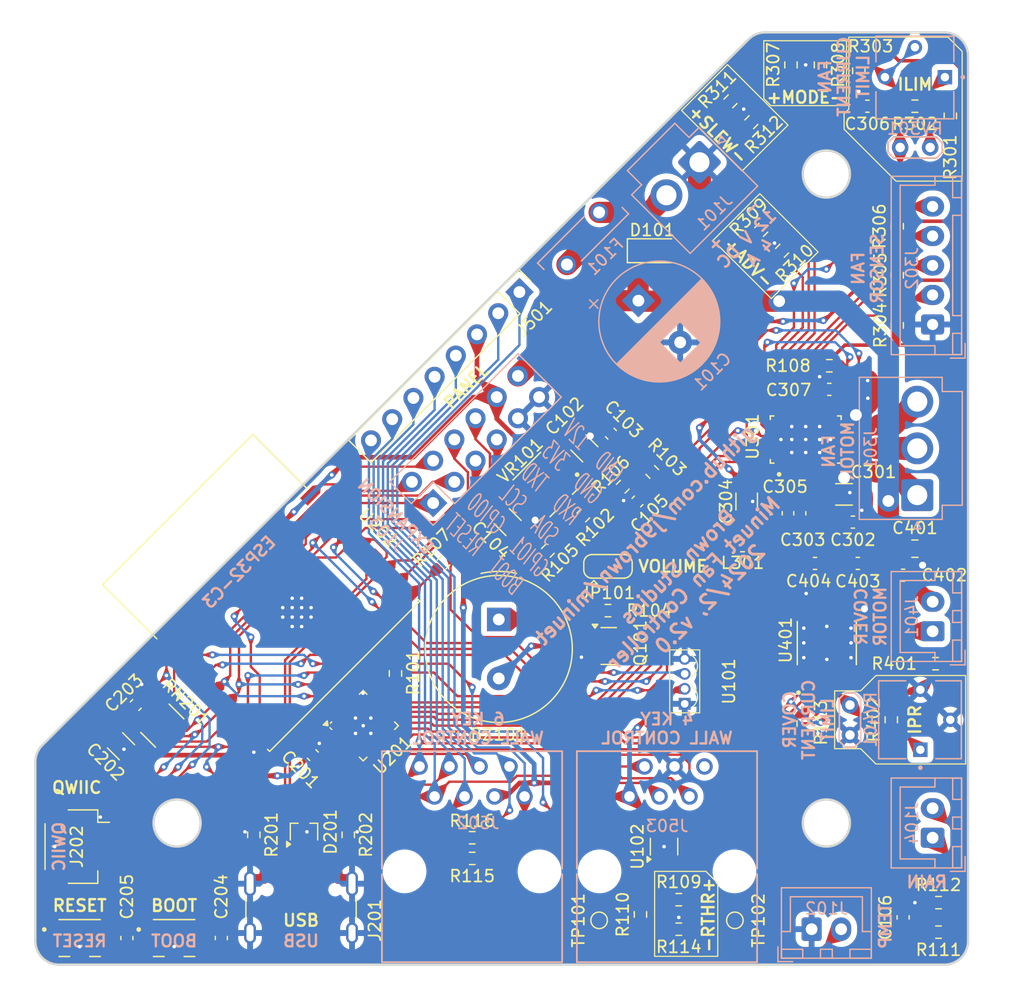
<source format=kicad_pcb>
(kicad_pcb (version 20240108) (generator "pcbnew") (generator_version "8.0")
  (layers (0 "F.Cu" signal) (31 "B.Cu" signal) (34 "B.Paste" user) (35 "F.Paste" user) (36 "B.SilkS" user "B.Silkscreen") (37 "F.SilkS" user "F.Silkscreen") (38 "B.Mask" user) (39 "F.Mask" user) (44 "Edge.Cuts" user))
  (net 0 "")
  (net 1 "GND")
  (net 2 "+12V")
  (net 3 "+3.3V")
  (net 4 "USB_D-")
  (net 5 "USB_D+")
  (net 6 "/cover/VCP")
  (net 7 "/cover/CPL")
  (net 8 "/cover/CPH")
  (net 9 "SCL")
  (net 10 "SDA")
  (net 11 "XIO5")
  (net 12 "UART_RXD")
  (net 13 "Net-(BZ101--)")
  (net 14 "UART_TXD")
  (net 15 "/core/CC1")
  (net 16 "/core/CC2")
  (net 17 "/cover/OUT1")
  (net 18 "/cover/OUT2")
  (net 19 "/fan/W_HALL")
  (net 20 "/fan/U_HALL")
  (net 21 "/fan/V_HALL")
  (net 22 "/cover/IMODE")
  (net 23 "/cover/IPROPI")
  (net 24 "XIO7")
  (net 25 "/keypad/LED_AUTO")
  (net 26 "XIO4")
  (net 27 "/keypad/LED_RAIN")
  (net 28 "XIO3")
  (net 29 "XIO6")
  (net 30 "XIO2")
  (net 31 "XIO1")
  (net 32 "XIO0")
  (net 33 "/fan/U")
  (net 34 "/fan/W")
  (net 35 "/fan/V")
  (net 36 "/cover/VM")
  (net 38 "/EN")
  (net 39 "/12V_IN")
  (net 49 "/fan/ILIM")
  (net 50 "/fan/VBK")
  (net 52 "/fan/SLEW")
  (net 53 "/fan/AVDD")
  (net 54 "/fan/MODE")
  (net 55 "/fan/ADVANCE")
  (net 56 "GPIO4")
  (net 57 "Net-(U102-+)")
  (net 58 "BOOT")
  (net 59 "RESET")
  (net 60 "Net-(U301-CP)")
  (net 61 "Net-(U301-CPL)")
  (net 62 "Net-(U301-CPH)")
  (net 63 "GPIO3")
  (net 64 "GPIO1")
  (net 65 "GPIO0")
  (net 66 "Net-(J104-Pin_1)")
  (net 67 "Net-(J104-Pin_2)")
  (net 68 "Net-(U301-SW_BK)")
  (net 69 "Net-(Q101-B)")
  (net 70 "XIO14")
  (net 71 "GPIO10")
  (net 72 "XIO8")
  (net 73 "XIO11")
  (net 74 "Net-(R301-Pad2)")
  (net 75 "GPIO2_STRAP")
  (net 76 "GPIO8_STRAP")
  (net 77 "XIO10")
  (net 79 "XIO9")
  (net 80 "XIO12")
  (net 81 "XIO13")
  (net 82 "XIO15")
  (net 83 "GPIO5")
  (net 87 "Net-(BZ101-+)")
  (net 88 "Net-(VR101-VOS)")
  (net 89 "/12V_PWR")
  (net 90 "/cover/VREF")
  (net 91 "/RTHR")
  (footprint "Resistor_SMD:R_0603_1608Metric_Pad0.98x0.95mm_HandSolder" (layer "F.Cu") (at 97 35.75 -90)
    (property "Reference" "R307")
    (property "Value" "0R")
  )
  (footprint "Capacitor_SMD:C_1206_3216Metric" (layer "F.Cu") (at 73 74.5 -45)
    (property "Reference" "C104")
    (property "Value" "22u")
  )
  (footprint "Diode_SMD:D_SMF" (layer "F.Cu") (at 85.5 51.5)
    (property "Reference" "D101")
    (property "Value" "SMF16A-E3-08")
  )
  (footprint "Capacitor_SMD:C_1206_3216Metric" (layer "F.Cu") (at 79.5 68.25 135)
    (property "Reference" "C102")
    (property "Value" "10u")
  )
  (footprint "Resistor_SMD:R_0603_1608Metric" (layer "F.Cu") (at 79.406675 73.939429 -135)
    (property "Reference" "R102")
    (property "Value" "62K")
  )
  (footprint "Capacitor_SMD:C_0603_1608Metric" (layer "F.Cu") (at 99.0375 78 180)
    (property "Reference" "C404")
    (property "Value" "22n")
  )
  (footprint "TestPoint:TestPoint_Pad_D1.0mm" (layer "F.Cu") (at 92.25 108.25)
    (property "Reference" "TP102")
    (property "Value" "TestPoint_Small")
  )
  (footprint "Resistor_SMD:R_0603_1608Metric" (layer "F.Cu") (at 87.5 106.5 180)
    (property "Reference" "R109")
    (property "Value" "22K")
  )
  (footprint "Resistor_SMD:R_0603_1608Metric" (layer "F.Cu") (at 81.5 82)
    (property "Reference" "R104")
    (property "Value" "1K")
  )
  (footprint "Resistor_SMD:R_0603_1608Metric" (layer "F.Cu") (at 100.25 61.25)
    (property "Reference" "R108")
    (property "Value" "10K")
  )
  (footprint "746X:RESCAXS64P320X160X70-10N" (layer "F.Cu") (at 43.75 91.75 135)
    (property "Reference" "RN201")
    (property "Value" "746X101103JP")
  )
  (footprint "Resistor_SMD:R_0603_1608Metric_Pad0.98x0.95mm_HandSolder" (layer "F.Cu") (at 105.5 91.25 90)
    (property "Reference" "R402")
    (property "Value" "2.80K")
  )
  (footprint "TPSM861253RDXR:VREG_TPSM861253RDXR" (layer "F.Cu") (at 76.164124 71.29047 -135)
    (property "Reference" "VR101")
    (property "Value" "TPSM861253RDXR")
  )
  (footprint "Capacitor_SMD:C_0603_1608Metric" (layer "F.Cu") (at 100.25 63.25)
    (property "Reference" "C307")
    (property "Value" "1u")
  )
  (footprint "Resistor_SMD:R_0603_1608Metric_Pad0.98x0.95mm_HandSolder" (layer "F.Cu") (at 107.5 39.25 180)
    (property "Reference" "R302")
    (property "Value" "3.40K")
  )
  (footprint "TSOP39238:TSOP39238_Standoff" (layer "F.Cu") (at 88 89.9 180)
    (property "Reference" "U101")
    (property "Value" "TSOP39238")
  )
  (footprint "DRV8876PWPR:IC_DRV8876PWPR" (layer "F.Cu") (at 100.0375 84.75 90)
    (property "Reference" "U401")
    (property "Value" "DRV8876PWPR")
  )
  (footprint "Capacitor_SMD:C_0603_1608Metric" (layer "F.Cu") (at 97.75 73.75 90)
    (property "Reference" "C303")
    (property "Value" "1u")
  )
  (footprint "Capacitor_SMD:C_0603_1608Metric" (layer "F.Cu") (at 102.6625 78 180)
    (property "Reference" "C403")
    (property "Value" "100n")
  )
  (footprint "Package_TO_SOT_SMD:SOT-23" (layer "F.Cu") (at 81.562499 85)
    (property "Reference" "Q101")
    (property "Value" "MMBT3904")
  )
  (footprint "Connector_JST:JST_SH_SM04B-SRSS-TB_1x04-1MP_P1.00mm_Horizontal" (layer "F.Cu") (at 36.5 102 -90)
    (property "Reference" "J202")
    (property "Value" "SM04B-SRSS-TB")
  )
  (footprint "Capacitor_SMD:C_0603_1608Metric" (layer "F.Cu") (at 102.25 74.5)
    (property "Reference" "C302")
    (property "Value" "100n")
  )
  (footprint "Capacitor_SMD:C_0603_1608Metric" (layer "F.Cu") (at 40.75 109.75 -90)
    (property "Reference" "C205")
    (property "Value" "1u")
  )
  (footprint "Resistor_SMD:R_0603_1608Metric" (layer "F.Cu") (at 87.5 109)
    (property "Reference" "R114")
    (property "Value" "100K")
  )
  (footprint "Resistor_SMD:R_0603_1608Metric" (layer "F.Cu") (at 76.406675 76.939429 -135)
    (property "Reference" "R105")
    (property "Value" "22K")
  )
  (footprint "PCM_Espressif:ESP32-C3-WROOM-02" (layer "F.Cu") (at 54.25 82.621321 45)
    (property "Reference" "U202")
    (property "Value" "ESP32-C3-WROOM-02")
  )
  (footprint "Resistor_SMD:R_0603_1608Metric_Pad0.98x0.95mm_HandSolder" (layer "F.Cu") (at 99.5 35.75 90)
    (property "Reference" "R308")
    (property "Value" "22K")
  )
  (footprint "Resistor_SMD:R_0603_1608Metric_Pad0.98x0.95mm_HandSolder" (layer "F.Cu") (at 96.25 51.5 45)
    (property "Reference" "R310")
    (property "Value" "0R")
  )
  (footprint "Resistor_SMD:R_0603_1608Metric" (layer "F.Cu") (at 51.5 101 -90)
    (property "Reference" "R201")
    (property "Value" "5.1K")
  )
  (footprint "Resistor_SMD:R_0603_1608Metric" (layer "F.Cu") (at 106 57.825 90)
    (property "Reference" "R304")
    (property "Value" "4.7K")
  )
  (footprint "Capacitor_SMD:C_0603_1608Metric" (layer "F.Cu") (at 106.5 79)
    (property "Reference" "C402")
    (property "Value" "100n")
  )
  (footprint "Capacitor_SMD:C_0603_1608Metric" (layer "F.Cu") (at 56.5 94.25 -45)
    (property "Reference" "C201")
    (property "Value" "100n")
  )
  (footprint "Resistor_SMD:R_0603_1608Metric_Pad0.98x0.95mm_HandSolder" (layer "F.Cu") (at 91.877468 38.836998 -135)
    (property "Reference" "R311")
    (property "Value" "0R")
  )
  (footprint "Resistor_SMD:R_0603_1608Metric" (layer "F.Cu") (at 98.0375 91.575 90)
    (property "Reference" "R113")
    (property "Value" "10K")
  )
  (footprint "EVQ-P7A01P:SW_EVQ-P7A01P" (layer "F.Cu") (at 44.75 109.75)
    (property "Reference" "SW201" (hide yes))
    (property "Value" "EVQ-P7A01P")
  )
  (footprint "Package_TO_SOT_SMD:SOT-353_SC-70-5" (layer "F.Cu") (at 86.25 102 90)
    (property "Reference" "U102")
    (property "Value" "LMV331X-SC5R")
  )
  (footprint "Capacitor_SMD:C_0805_2012Metric" (layer "F.Cu") (at 107.5 76.75 180)
    (property "Reference" "C401")
    (property "Value" "2.2u")
  )
  (footprint "Capacitor_SMD:C_0603_1608Metric" (layer "F.Cu") (at 81.75 67 135)
    (property "Reference" "C103")
    (property "Value" "100n")
  )
  (footprint "Resistor_SMD:R_0603_1608Metric_Pad0.98x0.95mm_HandSolder" (layer "F.Cu") (at 94.482237 49.732235 -135)
    (property "Reference" "R309")
    (property "Value" "0R")
  )
  (footprint "Resistor_SMD:R_0603_1608Metric" (layer "F.Cu") (at 82.75 71.5 45)
    (property "Reference" "R106")
    (property "Value" "10K")
  )
  (footprint "Jumper:SolderJumper-3_P1.3mm_Bridged12_RoundedPad1.0x1.5mm" (layer "F.Cu") (at 81.5 78.25)
    (property "Reference" "JP101")
    (property "Value" "SolderJumper_3_Bridged12")
  )
  (footprint "Connector_USB:USB_C_Receptacle_GCT_USB4105-xx-A_16P_TopMnt_Horizontal" (layer "F.Cu") (at 55.5 108.25)
    (property "Reference" "J201")
    (property "Value" "USB4105-GF-A")
  )
  (footprint "Resistor_SMD:R_0603_1608Metric" (layer "F.Cu") (at 110.5 40.075 90)
    (property "Reference" "R301")
    (property "Value" "10K")
  )
  (footprint "Capacitor_SMD:C_1206_3216Metric" (layer "F.Cu") (at 101.5 72.15)
    (property "Reference" "C301")
    (property "Value" "10u")
  )
  (footprint "Capacitor_SMD:C_0603_1608Metric" (layer "F.Cu") (at 84 72.75 -135)
    (property "Reference" "C105")
    (property "Value" "1u")
  )
  (footprint "Package_DFN_QFN:WQFN-24-1EP_4x4mm_P0.5mm_EP2.45x2.45mm" (layer "F.Cu") (at 60.763864 91.753903 45)
    (property "Reference" "U201")
    (property "Value" "TCA9555RTWR")
  )
  (footprint "Inductor_SMD:L_0603_1608Metric" (layer "F.Cu") (at 92.9 76.5)
    (property "Reference" "L301")
    (property "Value" "22u")
  )
  (footprint "Capacitor_SMD:C_0603_1608Metric" (layer "F.Cu") (at 48.75 109.75 -90)
    (property "Reference" "C204")
    (property "Value" "10p")
  )
  (footprint "MCT8315Z:IC_MCT8315Z0HRRYR" (layer "F.Cu") (at 98.25 67.5 90)
    (property "Reference" "U301")
    (property "Value" "MCT8315Z0HRRYR")
  )
  (footprint "Resistor_SMD:R_0603_1608Metric_Pad0.98x0.95mm_HandSolder" (layer "F.Cu") (at 93.645235 40.604765 45)
    (property "Reference" "R312")
    (property "Value" "0R")
  )
  (footprint "Resistor_SMD:R_0603_1608Metric" (layer "F.Cu") (at 85.25 70.25 135)
    (property "Reference" "R103")
    (property "Value" "100K")
  )
  (footprint "Resistor_SMD:R_0603_1608Metric" (layer "F.Cu") (at 102.75 36.25 -90)
    (property "Reference" "R303")
    (property "Value" "10K")
  )
  (footprint "Resistor_SMD:R_0603_1608Metric" (layer "F.Cu") (at 106 53.575 90)
    (property "Reference" "R305")
    (property "Value" "4.7K")
  )
  (footprint "Resistor_SMD:R_0603_1608Metric" (layer "F.Cu") (at 70 103)
    (property "Reference" "R115")
    (property "Value" "10K")
  )
  (footprint "Resistor_SMD:R_0603_1608Metric" (layer "F.Cu") (at 109.25 86.5 180)
    (property "Reference" "R401")
    (property "Value" "62K")
  )
  (footprint "Resistor_SMD:R_0603_1608Metric" (layer "F.Cu") (at 70 101.25)
    (property "Reference" "R116")
    (property "Value" "10K")
  )
  (footprint "TestPoint:TestPoint_Pad_D1.0mm" (layer "F.Cu") (at 80.75 108.25)
    (property "Reference" "TP101")
    (property "Value" "TestPoint_Small")
  )
  (footprint "Capacitor_SMD:C_0603_1608Metric" (layer "F.Cu") (at 41.5 90 45)
    (property "Reference" "C203")
    (property "Value" "100n")
  )
  (footprint "Buzzer_Beeper:Buzzer_TDK_PS1240P02BT_D12.2mm_H6.5mm" (layer "F.Cu") (at 72.25 82.75 -90)
    (property "Reference" "BZ101")
    (property "Value" "PS1240P02BT")
  )
  (footprint "Package_TO_SOT_SMD:SOT-323_SC-70" (layer "F.Cu") (at 55.75 100.75 90)
    (property "Reference" "D201")
    (property "Value" "DF3A5.6LFU")
  )
  (footprint "Resistor_SMD:R_0603_1608Metric" (layer "F.Cu") (at 63.5 87.325 -90)
    (property "Reference" "R101")
    (property "Value" "10K")
  )
  (footprint "Generic:NetTie-2_SMD_Pad0.2mm" (layer "F.Cu") (at 84.676777 91.676777 -45)
    (property "Reference" "NT402" (hide yes))
    (property "Value" "NetTie_2" (hide yes))
  )
  (footprint "Capacitor_SMD:C_1206_3216Metric" (layer "F.Cu") (at 93.25 72.75 -90)
    (property "Reference" "C304")
    (property "Value" "22u")
  )
  (footprint "Resistor_SMD:R_0603_1608Metric" (layer "F.Cu") (at 109.5 109.25 180)
    (property "Reference" "R111")
    (property "Value" "100K")
  )
  (footprint "Resistor_SMD:R_0603_1608Metric" (layer "F.Cu") (at 84.25 107.75 -90)
    (property "Reference" "R110")
    (property "Value" "100K")
  )
  (footprint "Capacitor_SMD:C_0603_1608Metric" (layer "F.Cu") (at 95.75 73.75 90)
    (property "Reference" "C305")
    (property "Value" "47n")
  )
  (footprint "Capacitor_SMD:C_0603_1608Metric" (layer "F.Cu") (at 106.5 108 90)
    (property "Reference" "C106")
    (property "Value" "100n")
  )
  (footprint "Capacitor_SMD:C_1206_3216Metric" (layer "F.Cu") (at 40.25 93.5 135)
    (property "Reference" "C202")
    (property "Value" "10u")
  )
  (footprint "Resistor_SMD:R_0603_1608Metric" (layer "F.Cu") (at 109.5 106.75 180)
    (property "Reference" "R112")
    (property "Value" "100K")
  )
  (footprint "Generic:NetTie-2_SMD_Pad1.0mm" (layer "F.Cu") (at 105 77 -45)
    (property "Reference" "NT401" (hide yes))
    (property "Value" "NetTie_2" (hide yes))
  )
  (footprint "Connector_PinHeader_2.54mm:PinHeader_1x08_P2.54mm_Vertical" (layer "F.Cu") (at 74 55 -45)
    (property "Reference" "J501")
    (property "Value" "G800LE300018YEU")
  )
  (footprint "Resistor_SMD:R_0603_1608Metric" (layer "F.Cu") (at 59.5 101 90)
    (property "Reference" "R202")
    (property "Value" "5.1K")
  )
  (footprint "Capacitor_SMD:C_0603_1608Metric" (layer "F.Cu") (at 103.475 39.25 180)
    (property "Reference" "C306")
    (property "Value" "100n")
  )
  (footprint "Generic:NetTie-2_SMD_Pad0.2mm" (layer "F.Cu") (at 75.823312 78.772792 -135)
    (property "Reference" "NT102" (hide yes))
    (property "Value" "NetTie_2" (hide yes))
  )
  (footprint "Resistor_SMD:R_0603_1608Metric" (layer "F.Cu") (at 67.583363 77.916637 -135)
    (property "Reference" "R107")
    (property "Value" "10K")
  )
  (footprint "EVQ-P7A01P:SW_EVQ-P7A01P" (layer "F.Cu") (at 36.75 109.75)
    (property "Reference" "SW202" (hide yes))
    (property "Value" "EVQ-P7A01P")
  )
  (footprint "Resistor_SMD:R_0603_1608Metric" (layer "F.Cu") (at 106 49.425 -90)
    (property "Reference" "R306")
    (property "Value" "4.7K")
  )
  (footprint "Generic:NetTie-2_SMD_Pad1.0mm" (layer "F.Cu") (at 77.994975 59.744975 -45)
    (property "Reference" "NT101" (hide yes))
    (property "Value" "NetTie_2" (hide yes))
  )
  (footprint "3362P-1-502LF:TRIM_3362P-1-502LF" (layer "B.Cu") (at 107.96 91.25 90)
    (property "Reference" "RV401")
    (property "Value" "5K")
  )
  (footprint "MTJ-889X1:CONN_MTJ-889X1_ADM" (layer "B.Cu") (at 74.43 97.75 180)
    (property "Reference" "J502")
    (property "Value" "MTJ-889X1")
  )
  (footprint "Capacitor_THT:CP_Radial_D10.0mm_P5.00mm" (layer "B.Cu") (at 84.078546 55.732233 -45)
    (property "Reference" "C101")
    (property "Value" "1000u")
  )
  (footprint "Connector_JST:JST_XH_B5B-XH-A_1x05_P2.50mm_Vertical" (layer "B.Cu") (at 109 57.75 90)
    (property "Reference" "J302")
    (property "Value" "B5B-XH-A")
  )
  (footprint "3362P-1-502LF:TRIM_3362P-1-502LF" (layer "B.Cu") (at 107.5 36.79 180)
    (property "Reference" "RV301")
    (property "Value" "5K")
  )
  (footprint "MTJ-669X1:CONN_MTJ-669X1_ADM" (layer "B.Cu") (at 90.945 97.75 180)
    (property "Reference" "J503")
    (property "Value" "MTJ-669X1")
  )
  (footprint "TestPoint:TestPoint_2Pads_Pitch2.54mm_Drill0.8mm" (layer "B.Cu") (at 102 92.54 90)
    (property "Reference" "TP401" (hide yes))
    (property "Value" "TestPoint_2Pole")
  )
  (footprint "RGEF:RGEF400K" (layer "B.Cu") (at 79.388819 50.459709 -135)
    (property "Reference" "F101")
    (property "Value" "RGEF400K-2")
  )
  (footprint "Connector_JST:JST_VH_B2P-VH-B_1x02_P3.96mm_Vertical" (layer "B.Cu") (at 89.25 44 -135)
    (property "Reference" "J101")
    (property "Value" "B2P-VH-B")
  )
  (footprint "Connector_JST:JST_XH_B2B-XH-A_1x02_P2.50mm_Vertical" (layer "B.Cu") (at 109 101.25 90)
    (property "Reference" "J104")
    (property "Value" "B2B-XH-A")
  )
  (footprint "Connector_JST:JST_XH_B2B-XH-A_1x02_P2.50mm_Vertical" (layer "B.Cu") (at 109 83.75 90)
    (property "Reference" "J401")
    (property "Value" "B2B-XH-A")
  )
  (footprint "Connector_PinSocket_2.54mm:PinSocket_2x06_P2.54mm_Vertical" (layer "B.Cu") (at 66.689718 72.884618 -45)
    (property "Reference" "J103")
    (property "Value" "PPPC062LFBN-RC")
  )
  (footprint "TestPoint:TestPoint_2Pads_Pitch2.54mm_Drill0.8mm" (layer "B.Cu") (at 106.25 42.75)
    (property "Reference" "TP301" (hide yes))
    (property "Value" "TestPoint_2Pole")
  )
  (footprint "Connector_JST:JST_XH_B2B-XH-A_1x02_P2.50mm_Vertical" (layer "B.Cu") (at 98.75 109)
    (property "Reference" "J102")
    (property "Value" "B2B-XH-A")
  )
  (footprint "Connector_JST:JST_VH_B3P-VH-B_1x03_P3.96mm_Vertical" (layer "B.Cu") (at 107.7 72.21 90)
    (property "Reference" "J301")
    (property "Value" "B3P-VH-B")
  )
  (gr_poly (pts (xy 101.44 81.22) (xy 101.44 80.8) (xy 102.21 80.04) (xy 102.55 80.9) (xy 101.99 80.9) (xy 101.88 81) (xy 101.88 81.21)) (fill solid) (layer "F.Cu") (net 18))
  (gr_poly (pts (xy 101.42 68.59) (xy 100.85 68.59) (xy 100.85 68.82) (xy 101.16 69.08) (xy 103.74 71) (xy 104.26 69.35) (xy 103.99 69.35)) (fill solid) (layer "F.Cu") (net 33))
  (gr_poly (pts (xy 99.37 69.1) (xy 100.15 69.09) (xy 100.15 69.8) (xy 100.52 71.41) (xy 100.65 71.67) (xy 99.14 72.01) (xy 99.37 71.05) (xy 99.37 69.81)) (fill solid) (layer "F.Cu") (net 2))
  (gr_poly (pts (xy 100.8875 81.15) (xy 100.8875 79.75) (xy 101.4875 80.1) (xy 101.2375 80.45) (xy 101.1375 80.7) (xy 101.1375 81.15)) (stroke (width 0.2)) (fill solid) (layer "F.Cu") (net 36))
  (gr_poly (pts (xy 103.82 67.46) (xy 103 67.69) (xy 101.47 68.09) (xy 100.85 68.09) (xy 100.85 68.39) (xy 101.48 68.39) (xy 104.06 69.13) (xy 104.24 68.18)) (fill solid) (layer "F.Cu") (net 35))
  (gr_poly (pts (xy 100.63 70.96) (xy 100.35 69.67) (xy 100.35 69.1) (xy 100.84 69.11) (xy 101.92 69.91) (xy 102.15 70.11) (xy 101.66 70.9)) (fill solid) (layer "F.Cu") (net 1))
  (gr_poly (pts (xy 104.47 67.14) (xy 104.06 67.15) (xy 101.47 67.88) (xy 100.85 67.89) (xy 100.85 67.59) (xy 101.47 67.59) (xy 103.21 66.65) (xy 103.73 65.79) (xy 104.41 66.14)) (fill solid) (layer "F.Cu") (net 34))
  (gr_poly (pts (xy 101.67 65.87) (xy 101.65 66.9) (xy 101.59 67) (xy 101.47 67.08) (xy 100.85 67.09) (xy 100.85 67.39) (xy 101.43 67.38) (xy 103.04 66.51) (xy 103.23 66.17) (xy 103.32 65.98)) (fill solid) (layer "F.Cu") (net 1))
  (gr_poly (pts (xy 95.342284 55.557716) (xy 90.404669 50.620101) (xy 94.362385 46.662384) (xy 99.3 51.6)) (stroke (width 0.1)) (fill none) (layer "F.SilkS"))
  (gr_poly (pts (xy 94.7 33.7) (xy 101.7 33.7) (xy 101.7 39.2) (xy 95.3 39.2) (xy 94.7 38.6)) (stroke (width 0.1)) (fill none) (layer "F.SilkS"))
  (gr_poly (pts (xy 101.9 33.4) (xy 110.3 33.4) (xy 111.5 34.6) (xy 111.5 45.6) (xy 105.9 45.6) (xy 101.5 41.2) (xy 101.5 39.9) (xy 101.9 39.5)) (stroke (width 0.1)) (fill none) (layer "F.SilkS"))
  (gr_poly (pts (xy 87.734389 39.612563) (xy 91.623476 35.723476) (xy 96.75 40.85) (xy 92.860913 44.739087)) (stroke (width 0.1)) (fill none) (layer "F.SilkS"))
  (gr_poly (pts (xy 100.7 88.8) (xy 102.9 88.8) (xy 104.2 87.5) (xy 111.8 87.5) (xy 111.8 95) (xy 104.2 95) (xy 102.9 93.7) (xy 100.7 93.7)) (stroke (width 0.1)) (fill none) (layer "F.SilkS"))
  (gr_poly (pts (xy 85.45 104.1) (xy 89.8 104.1) (xy 90.8 105.1) (xy 90.8 111.3) (xy 85.45 111.3)) (stroke (width 0.1)) (fill none) (layer "F.SilkS"))
  (gr_line (start 93.4142 33.5858) (end 33.585786 93.414214) (stroke (width 0.2)) (layer "Edge.Cuts"))
  (gr_line (start 100 33) (end 94.819119 33) (stroke (width 0.2)) (layer "Edge.Cuts"))
  (gr_line (start 110 33) (end 100 33) (stroke (width 0.2)) (layer "Edge.Cuts"))
  (gr_arc (start 110 33) (mid 111.414214 33.585786) (end 112 35) (stroke (width 0.2)) (layer "Edge.Cuts"))
  (gr_line (start 112 110) (end 112 35) (stroke (width 0.2)) (layer "Edge.Cuts"))
  (gr_circle (center 45 100) (end 47 100) (stroke (width 0.2)) (fill none) (layer "Edge.Cuts"))
  (gr_arc (start 35 112) (mid 33.585786 111.414214) (end 33 110) (stroke (width 0.2)) (layer "Edge.Cuts"))
  (gr_arc (start 112 110) (mid 111.414214 111.414214) (end 110 112) (stroke (width 0.2)) (layer "Edge.Cuts"))
  (gr_line (start 33 100) (end 33 110) (stroke (width 0.2)) (layer "Edge.Cuts"))
  (gr_arc (start 93.4142 33.5858) (mid 94.063062 33.15225) (end 94.819119 33) (stroke (width 0.2)) (layer "Edge.Cuts"))
  (gr_line (start 33 94.8284) (end 33 100) (stroke (width 0.2)) (layer "Edge.Cuts"))
  (gr_circle (center 100 45) (end 102 45) (stroke (width 0.2)) (fill none) (layer "Edge.Cuts"))
  (gr_arc (start 33 94.8284) (mid 33.152232 94.063055) (end 33.585786 93.414214) (stroke (width 0.2)) (layer "Edge.Cuts"))
  (gr_circle (center 100 100) (end 102 100) (stroke (width 0.2)) (fill none) (layer "Edge.Cuts"))
  (gr_line (start 35 112) (end 110 112) (stroke (width 0.2)) (layer "Edge.Cuts"))
  (gr_text "COVER\nCURRENT\nLIMIT" (at 98.5 91.25 90) (layer "B.SilkS") (effects (font (size 1 1) (thickness 0.2) (bold yes)) (justify mirror)))
  (gr_text "github.com/j9brown/minuet\n\nBrown Studios\nMinuet Fan Controller\n2024/2, v2.0" (at 87.4 78.3 45) (layer "B.SilkS") (effects (font (size 1.2 1.2) (thickness 0.24) (bold yes)) (justify mirror)))
  (gr_text "12V\n3V3\nTXD\nSCL\nGPIO0\nRESET" (at 75.25 72.5 315) (layer "B.SilkS") (effects (font (size 1.58 0.8) (thickness 0.125) (italic yes)) (justify left mirror)))
  (gr_text "TEMP" (at 105 108.75 90) (layer "B.SilkS") (effects (font (size 1 1) (thickness 0.2) (bold yes)) (justify mirror)))
  (gr_text "4 KEY\nWALL CONTROL" (at 86.5 92 0) (layer "B.SilkS") (effects (font (size 1 1) (thickness 0.2) (bold yes)) (justify mirror)))
  (gr_text "COVER\nMOTOR" (at 103.75 82.5 90) (layer "B.SilkS") (effects (font (size 1 1) (thickness 0.2) (bold yes)) (justify mirror)))
  (gr_text "-    +\n12 V DC\n4 A" (at 93.25 50.5 45) (layer "B.SilkS") (effects (font (size 1 1) (thickness 0.2) (bold yes)) (justify mirror)))
  (gr_text "RAIN" (at 108.5 105 0) (layer "B.SilkS") (effects (font (size 1 1) (thickness 0.2) (bold yes)) (justify mirror)))
  (gr_text "QWIIC" (at 35 102 90) (layer "B.SilkS") (effects (font (size 1 1) (thickness 0.2) (bold yes)) (justify mirror)))
  (gr_text "BOOT" (at 44.75 110 0) (layer "B.SilkS") (effects (font (size 1 1) (thickness 0.2) (bold yes)) (justify mirror)))
  (gr_text "USB" (at 55.5 110 0) (layer "B.SilkS") (effects (font (size 1 1) (thickness 0.2) (bold yes)) (justify mirror)))
  (gr_text "FAN\nCURRENT\nLIMIT" (at 101.5 36.75 90) (layer "B.SilkS") (effects (font (size 1 1) (thickness 0.2) (bold yes)) (justify mirror)))
  (gr_text "EXPANSION" (at 63.5 74 -45) (layer "B.SilkS") (effects (font (size 1 1) (thickness 0.2) (bold yes)) (justify mirror)))
  (gr_text "RESET" (at 36.75 110 0) (layer "B.SilkS") (effects (font (size 1 1) (thickness 0.2) (bold yes)) (justify mirror)))
  (gr_text "FAN\nSENSOR" (at 103.5 53 90) (layer "B.SilkS") (effects (font (size 1 1) (thickness 0.2) (bold yes)) (justify mirror)))
  (gr_text "6 KEY\nWALL CONTROL" (at 70.5 92 0) (layer "B.SilkS") (effects (font (size 1 1) (thickness 0.2) (bold yes)) (justify mirror)))
  (gr_text "FAN\nMOTOR" (at 101 68.5 90) (layer "B.SilkS") (effects (font (size 1 1) (thickness 0.2) (bold yes)) (justify mirror)))
  (gr_text "GND\nGND\nRXD\nSDA\nGPIO1\nBOOT" (at 76.25 73.5 315) (layer "B.SilkS") (effects (font (size 1.58 0.8) (thickness 0.125) (italic yes)) (justify right mirror)))
  (gr_text "ESP32-C3" (at 50.25 78.75 45) (layer "B.SilkS") (effects (font (size 1 1) (thickness 0.2) (bold yes)) (justify mirror)))
  (gr_text "PANEL" (at 69.5 63 45) (layer "F.SilkS") (effects (font (size 1 1) (thickness 0.2) (bold yes))))
  (gr_text "+MODE-" (at 98.25 38.5 0) (layer "F.SilkS") (effects (font (size 1 1) (thickness 0.2) (bold yes))))
  (gr_text "VOLUME" (at 87 78.25 0) (layer "F.SilkS") (effects (font (size 1 1) (thickness 0.2) (bold yes))))
  (gr_text "-RTHR+" (at 90 107.8 90) (layer "F.SilkS") (effects (font (size 1 1) (thickness 0.2) (bold yes))))
  (gr_text "BOOT" (at 44.75 107 0) (layer "F.SilkS") (effects (font (size 1 1) (thickness 0.2) (bold yes))))
  (gr_text "RESET" (at 36.75 107 0) (layer "F.SilkS") (effects (font (size 1 1) (thickness 0.2) (bold yes))))
  (gr_text "QWIIC" (at 36.5 97 0) (layer "F.SilkS") (effects (font (size 1 1) (thickness 0.2) (bold yes))))
  (gr_text "+ADV-" (at 93.421574 52.560661 -45) (layer "F.SilkS") (effects (font (size 1 1) (thickness 0.2) (bold yes))))
  (gr_text "ILIM" (at 107.5 37.4 0) (layer "F.SilkS") (effects (font (size 1 1) (thickness 0.2) (bold yes))))
  (gr_text "+SLEW-" (at 90.816808 41.665425 -45) (layer "F.SilkS") (effects (font (size 1 1) (thickness 0.2) (bold yes))))
  (gr_text "IPR" (at 107.5 91.25 90) (layer "F.SilkS") (effects (font (size 1 1) (thickness 0.2) (bold yes))))
  (gr_text "USB" (at 55.5 108.25 0) (layer "F.SilkS") (effects (font (size 1 1) (thickness 0.2) (bold yes))))
  (segment (start 108.449999 76.75) (end 108.449999 77.850003) (width 1) (layer "F.Cu") (net 1))
  (segment (start 53.965345 82.534655) (end 54.740345 83.309655) (width 0.4) (layer "F.Cu") (net 1))
  (segment (start 107.96 88.71) (end 107.1275 88.71) (width 0.4) (layer "F.Cu") (net 1))
  (segment (start 97.7625 81.074992) (end 98.287491 80.550001) (width 0.4) (layer "F.Cu") (net 1))
  (segment (start 110.075 86.595) (end 107.96 88.71) (width 0.4) (layer "F.Cu") (net 1))
  (segment (start 103.025 72.199999) (end 103.025 72.466572) (width 1.8) (layer "F.Cu") (net 1))
  (segment (start 51.502334 94) (end 51.499996 94) (width 0.4) (layer "F.Cu") (net 1))
  (segment (start 102.475 71.725) (end 102.5 71.725) (width 1.8) (layer "F.Cu") (net 1))
  (segment (start 102.5 65.421573) (end 102.50001 65.421563) (width 1.8) (layer "F.Cu") (net 1))
  (segment (start 97 69.999178) (end 96.249588 70.74959) (width 0.3) (layer "F.Cu") (net 1))
  (segment (start 57.048008 93.25) (end 57.048008 93) (width 0.3) (layer "F.Cu") (net 1))
  (segment (start 44.75 110.475) (end 46.55 110.475) (width 0.4) (layer "F.Cu") (net 1))
  (segment (start 59.245 104.57) (end 59.82 105.145) (width 0.4) (layer "F.Cu") (net 1))
  (segment (start 41.354854 94.604854) (end 40.499996 93.749996) (width 0.4) (layer "F.Cu") (net 1))
  (segment (start 34.625 102) (end 34.625 104.8) (width 0.4) (layer "F.Cu") (net 1))
  (segment (start 102.75 38) (end 102.75 39.2) (width 0.4) (layer "F.Cu") (net 1))
  (segment (start 98.4125 80.67501) (end 98.287491 80.550001) (width 0.4) (layer "F.Cu") (net 1))
  (segment (start 101.5 70.75) (end 102.475 71.725) (width 1.8) (layer "F.Cu") (net 1))
  (segment (start 97.7625 81.85) (end 97.7625 81.074992) (width 0.4) (layer "F.Cu") (net 1))
  (segment (start 59.675 100.175) (end 60.25 100.75) (width 0.4) (layer "F.Cu") (net 1))
  (segment (start 55.545979 81.004021) (end 56.320979 81.779021) (width 0.4) (layer "F.Cu") (net 1))
  (segment (start 102.975001 72.15) (end 103.025 72.199999) (width 1.8) (layer "F.Cu") (net 1))
  (segment (start 55.52561 83.32561) (end 55.140955 83.710265) (width 0.4) (layer "F.Cu") (net 1))
  (segment (start 80.624999 85.95) (end 79.25 85.95) (width 0.4) (layer "F.Cu") (net 1))
  (segment (start 96.249588 70.74959) (end 95.75041 70.74959) (width 0.3) (layer "F.Cu") (net 1))
  (segment (start 93.75 72.75) (end 93.75 73.725001) (width 0.3) (layer "F.Cu") (net 1))
  (segment (start 46.55 110.475) (end 48.612499 110.475) (width 0.4) (layer "F.Cu") (net 1))
  (segment (start 102.5875 81.85) (end 103.224974 81.85) (width 1) (layer "F.Cu") (net 1))
  (segment (start 95.35 68.25) (end 96.1 68.25) (width 0.3) (layer "F.Cu") (net 1))
  (segment (start 54.363137 82.932448) (end 54.747792 82.547793) (width 0.4) (layer "F.Cu") (net 1))
  (segment (start 101.15 66.75) (end 100.4 66.75) (width 0.2) (layer "F.Cu") (net 1))
  (segment (start 58.509961 91.267767) (end 57.048008 92.72972) (width 0.3) (layer "F.Cu") (net 1))
  (segment (start 108.449999 77.850003) (end 108.15 78.150002) (width 1) (layer "F.Cu") (net 1))
  (segment (start 42.95 110.475) (end 44.75 110.475) (width 0.4) (layer "F.Cu") (net 1))
  (segment (start 60.750003 89.000003) (end 60.749997 89.000003) (width 0.3) (layer "F.Cu") (net 1))
  (segment (start 103.025 74.193428) (end 103.025 74.25) (width 1.8) (layer "F.Cu") (net 1))
  (segment (start 101.025 63.25) (end 100 64.275) (width 0.3) (layer "F.Cu") (net 1))
  (segment (start 54.747792 82.547793) (end 54.747792 82.547792) (width 0.4) (layer "F.Cu") (net 1))
  (segment (start 103.51 64.411573) (end 103.51 63.75) (width 1.8) (layer "F.Cu") (net 1))
  (segment (start 86.25 102.95) (end 86.25 102) (width 0.4) (layer "F.Cu") (net 1))
  (segment (start 99.425 61.25) (end 99.425 62.175) (width 0.2) (layer "F.Cu") (net 1))
  (segment (start 76.146446 73.517856) (end 75.332151 74.332151) (width 1) (layer "F.Cu") (net 1))
  (segment (start 52.376167 93.126167) (end 51.502334 94) (width 0.4) (layer "F.Cu") (net 1))
  (segment (start 93.45953 39.95953) (end 93 39.5) (width 0.4) (layer "F.Cu") (net 1))
  (segment (start 56.320979 81.779021) (end 56.696589 82.154631) (width 0.4) (layer "F.Cu") (net 1))
  (segment (start 103.51 64) (end 103.51 62.51) (width 1.8) (layer "F.Cu") (net 1))
  (segment (start 53.58532 82.154631) (end 53.969975 81.769976) (width 0.4) (layer "F.Cu") (net 1))
  (segment (start 52.3 104.57) (end 51.755 104.57) (width 0.4) (layer "F.Cu") (net 1))
  (segment (start 51.755 104.57) (end 51.18 105.145) (width 0.4) (layer "F.Cu") (net 1))
  (segment (start 89.25 49.2) (end 86.95 51.5) (width 1.8) (layer "F.Cu") (net 1))
  (segment (start 103.04 73.5) (end 103.04 74.178428) (width 1.8) (layer "F.Cu") (net 1))
  (segment (start 58.7 104.57) (end 59.245 104.57) (width 0.4) (layer "F.Cu") (net 1))
  (segment (start 36.75 110.475) (end 38.55 110.475) (width 0.4) (layer "F.Cu") (net 1))
  (segment (start 107.5 106.75) (end 106.975 106.75) (width 0.4) (layer "F.Cu") (net 1))
  (segment (start 97 69.4) (end 97 69.999178) (width 0.3) (layer "F.Cu") (net 1))
  (segment (start 38.5 100.5) (end 38.5 99.5) (width 0.4) (layer "F.Cu") (net 1))
  (segment (start 102.5 65.64727) (end 102.5 65.421573) (width 1.8) (layer "F.Cu") (net 1))
  (segment (start 54.744975 80.994975) (end 54.744976 80.994975) (width 0.4) (layer "F.Cu") (net 1))
  (segment (start 54.747792 82.547792) (end 54.747793 82.547792) (width 0.4) (layer "F.Cu") (net 1))
  (segment (start 96.895235 50.854765) (end 95.604765 50.854765) (width 0.4) (layer "F.Cu") (net 1))
  (segment (start 56.30061 82.55061) (end 55.52561 83.32561) (width 0.4) (layer "F.Cu") (net 1))
  (segment (start 80 67.207017) (end 80.446967 67.207017) (width 1) (layer "F.Cu") (net 1))
  (segment (start 54.744976 80.994975) (end 55.140955 80.598996) (width 0.4) (layer "F.Cu") (net 1))
  (segment (start 55.522792 81.772793) (end 55.522792 81.772792) (width 0.4) (layer "F.Cu") (net 1))
  (segment (start 99.5 34.8375) (end 99.1625 34.8375) (width 0.4) (layer "F.Cu") (net 1))
  (segment (start 55.75 99.75) (end 55.75 100.5) (width 0.4) (layer "F.Cu") (net 1))
  (segment (start 108.675 106.75) (end 107.5 106.75) (width 0.4) (layer "F.Cu") (net 1))
  (segment (start 103.04 74.178428) (end 103.025 74.193428) (width 1.8) (layer "F.Cu") (net 1))
  (segment (start 82.237347 72.083363) (end 82.826992 72.673008) (width 0.4) (layer "F.Cu") (net 1))
  (segment (start 53.969975 81.769976) (end 53.969976 81.769976) (width 0.4) (layer "F.Cu") (net 1))
  (segment (start 56.696589 82.154631) (end 56.30061 82.55061) (width 0.4) (layer "F.Cu") (net 1))
  (segment (start 53.969976 81.769976) (end 53.969976 81.769975) (width 0.4) (layer "F.Cu") (net 1))
  (segment (start 93.75 73.725001) (end 93.25 74.225001) (width 0.3) (layer "F.Cu") (net 1))
  (segment (start 55.482807 82.567193) (end 55.883417 82.967803) (width 0.4) (layer "F.Cu") (net 1))
  (segment (start 61.957107 93.300699) (end 62.643943 93.987535) (width 0.3) (layer "F.Cu") (net 1))
  (segment (start 54.732807 81.817193) (end 55.482807 82.567193) (width 0.4) (layer "F.Cu") (net 1))
  (segment (start 102.75 38) (end 102.75 37.075) (width 0.4) (layer "F.Cu") (net 1))
  (segment (start 103.03 72.471572) (end 103.03 72.511572) (width 1.8) (layer "F.Cu") (net 1))
  (segment (start 103.51 62.51) (end 103.5 62.5) (width 1.8) (layer "F.Cu") (net 1))
  (segment (start 98.4125 81.85) (end 98.4125 80.67501) (width 0.4) (layer "F.Cu") (net 1))
  (segment (start 102.50001 65.421563) (end 103.51 64.411573) (width 1.8) (layer "F.Cu") (net 1))
  (segment (start 100 65.6) (end 100 66.45) (width 0.3) (layer "F.Cu") (net 1))
  (segment (start 95.75041 70.74959) (end 93.75 72.75) (width 0.3) (layer "F.Cu") (net 1))
  (segment (start 82.826992 72.673008) (end 83.451992 73.298008) (width 0.4) (layer "F.Cu") (net 1))
  (segment (start 57.048008 92.72972) (end 57.048008 93) (width 0.3) (layer "F.Cu") (net 1))
  (segment (start 103.04 72.521572) (end 103.04 73.5) (width 1.8) (layer "F.Cu") (net 1))
  (segment (start 42.048008 89.451992) (end 42.048008 88.298006) (width 0.4) (layer "F.Cu") (net 1))
  (segment (start 100 64.275) (end 100 65.6) (width 0.3) (layer "F.Cu") (net 1))
  (segment (start 78.457017 67.207017) (end 80 67.207017) (width 1) (layer "F.Cu") (net 1))
  (segment (start 55.140955 80.598997) (end 55.545979 81.004021) (width 0.4) (layer "F.Cu") (net 1))
  (segment (start 98.0375 92.4) (end 99.287494 92.4) (width 0.4) (layer "F.Cu") (net 1))
  (segment (start 55.522793 81.772792) (end 55.918772 81.376813) (width 0.4) (layer "F.Cu") (net 1))
  (segment (start 34.625 99.2) (end 34.625 102) (width 0.4) (layer "F.Cu") (net 1))
  (segment (start 75.332151 74.332151) (end 73.910218 75.754084) (width 1) (layer "F.Cu") (net 1))
  (segment (start 54.327782 81.412168) (end 54.732807 81.817193) (width 0.4) (layer "F.Cu") (net 1))
  (segment (start 57.048008 94.798008) (end 57.048008 93.25) (width 0.3) (layer "F.Cu") (net 1))
  (segment (start 107.275 79) (end 108.124998 78.150002) (width 1) (layer "F.Cu") (net 1))
  (segment (start 99.1625 34.8375) (end 98.25 35.75) (width 0.4) (layer "F.Cu") (net 1))
  (segment (start 74.042983 75.742463) (end 75.823312 77.522792) (width 0.4) (layer "F.Cu") (net 1))
  (segment (start 34.95 110.475) (end 36.75 110.475) (width 0.4) (layer "F.Cu") (net 1))
  (segment (start 54.747793 82.547792) (end 55.522792 81.772793) (width 0.4) (layer "F.Cu") (net 1))
  (segment (start 86.675 108.825) (end 87.5 108) (width 0.4) (layer "F.Cu") (net 1))
  (segment (start 53.585321 82.154631) (end 53.965345 82.534655) (width 0.4) (layer "F.Cu") (net 1))
  (segment (start 108.124998 78.150002) (end 108.15 78.150002) (width 1) (layer "F.Cu") (net 1))
  (segment (start 55.75 100.5) (end 56 100.75) (width 0.4) (layer "F.Cu") (net 1))
  (segment (start 55.522792 81.772792) (end 55.522793 81.772792) (width 0.4) (layer "F.Cu") (net 1))
  (segment (start 38.55 110.475) (end 40.612499 110.475) (width 0.4) (layer "F.Cu") (net 1))
  (segment (start 89.25 44) (end 89.25 49.2) (width 1.8) (layer "F.Cu") (net 1))
  (segment (start 58.509962 91.267767) (end 58.863515 90.914214) (width 0.3) (layer "F.Cu") (net 1))
  (segment (start 61.25 89.5) (end 60.750003 89.000003) (width 0.3) (layer "F.Cu") (net 1))
  (segment (start 54.740345 83.309655) (end 55.140955 83.710265) (width 0.4) (layer "F.Cu") (net 1))
  (segment (start 51.325 100.175) (end 50.75 100.75) (width 0.4) (layer "F.Cu") (net 1))
  (segment (start 42.048008 88.298006) (end 42 88.249998) (width 0.4) (layer "F.Cu") (net 1))
  (segment (start 103.224974 81.85) (end 103.224987 81.850013) (width 1) (layer "F.Cu") (net 1))
  (segment (start 107.1275 88.71) (end 105.5 90.3375) (width 0.4) (layer "F.Cu") (net 1))
  (segment (start 53.969976 81.769975) (end 54.744975 80.994976) (width 0.4) (layer "F.Cu") (net 1))
  (segment (start 106.975 106.75) (end 106.5 107.225) (width 0.4) (layer "F.Cu") (net 1))
  (segment (start 54.744975 80.994976) (end 54.744975 80.994975) (width 0.4) (layer "F.Cu") (net 1))
  (segment (start 94.29047 39.95953) (end 93.45953 39.95953) (width 0.4) (layer "F.Cu") (net 1))
  (segment (start 103.03 72.511572) (end 103.04 72.521572) (width 1.8) (layer "F.Cu") (net 1))
  (segment (start 76.146446 73.199658) (end 76.146446 73.517856) (width 1) (layer "F.Cu") (net 1))
  (segment (start 62.643943 93.987535) (end 62.856075 93.987535) (width 0.3) (layer "F.Cu") (net 1))
  (segment (start 103.025 72.466572) (end 103.03 72.471572) (width 1.8) (layer "F.Cu") (net 1))
  (segment (start 80.446967 67.207017) (end 81.201992 66.451992) (width 1) (layer "F.Cu") (net 1))
  (via (at 75.332151 74.332151) (size 1) (drill 0.6) (layers "F.Cu" "B.Cu") (net 1))
  (via (at 56 100.75) (size 0.6) (drill 0.3) (layers "F.Cu" "B.Cu") (net 1))
  (via (at 102.0875 84.7375) (size 0.5) (drill 0.3) (layers "F.Cu" "B.Cu") (net 1))
  (via (at 60.763864 91.753903) (size 0.5) (drill 0.3) (layers "F.Cu" "B.Cu") (net 1))
  (via (at 98.0875 85.9875) (size 0.5) (drill 0.3) (layers "F.Cu" "B.Cu") (net 1))
  (via (at 61.413864 92.403903) (size 0.5) (drill 0.3) (layers "F.Cu" "B.Cu") (net 1))
  (via (at 98.0875 84.7375) (size 0.5) (drill 0.3) (layers "F.Cu" "B.Cu") (net 1))
  (via (at 82.826992 72.673008) (size 0.6) (drill 0.3) (layers "F.Cu" "B.Cu") (net 1))
  (via (at 103.51 64) (size 0.6) (drill 0.3) (layers "F.Cu" "B.Cu") (net 1))
  (via (at 53.95 82.55) (size 0.5) (drill 0.3) (layers "F.Cu" "B.Cu") (net 1))
  (via (at 99.287494 92.4) (size 0.6) (drill 0.3) (layers "F.Cu" "B.Cu") (net 1))
  (via (at 93.75 72.75) (size 0.6) (drill 0.3) (layers "F.Cu" "B.Cu") (net 1))
  (via (at 62.856075 93.987535) (size 0.6) (drill 0.3) (layers "F.Cu" "B.Cu") (net 1))
  (via (at 50.75 100.75) (size 0.6) (drill 0.3) (layers "F.Cu" "B.Cu") (net 1))
  (via (at 101.5 70.75) (size 1.8) (drill 1) (layers "F.Cu" "B.Cu") (net 1))
  (via (at 93 39.5) (size 0.6) (drill 0.3) (layers "F.Cu" "B.Cu") (net 1))
  (via (at 51.499996 94) (size 0.6) (drill 0.3) (layers "F.Cu" "B.Cu") (net 1))
  (via (at 42 88.249998) (size 0.6) (drill 0.3) (layers "F.Cu" "B.Cu") (net 1))
  (via (at 98.0875 83.4875) (size 0.5) (drill 0.3) (layers "F.Cu" "B.Cu") (net 1))
  (via (at 55.55 80.95) (size 0.5) (drill 0.3) (layers "F.Cu" "B.Cu") (net 1))
  (via (at 107.5 106.75) (size 0.6) (drill 0.3) (layers "F.Cu" "B.Cu") (net 1))
  (via (at 55.55 82.55) (size 0.5) (drill 0.3) (layers "F.Cu" "B.Cu") (net 1))
  (via (at 54.75 81.75) (size 0.5) (drill 0.3) (layers "F.Cu" "B.Cu") (net 1))
  (via (at 56.35 82.55) (size 0.5) (drill 0.3) (layers "F.Cu" "B.Cu") (net 1))
  (via (at 80 67.207017) (size 1) (drill 0.6) (layers "F.Cu" "B.Cu") (net 1))
  (via (at 98.25 35.75) (size 0.6) (drill 0.3) (layers "F.Cu" "B.Cu") (net 1))
  (via (at 55.55 81.75) (size 0.5) (drill 0.3) (layers "F.Cu" "B.Cu") (net 1))
  (via (at 102.75 38) (size 0.6) (drill 0.3) (layers "F.Cu" "B.Cu") (net 1))
  (via (at 60.113864 92.403903) (size 0.5) (drill 0.3) (layers "F.Cu" "B.Cu") (net 1))
  (via (at 108.15 78.150002) (size 1) (drill 0.6) (layers "F.Cu" "B.Cu") (net 1))
  (via (at 102.0875 83.4875) (size 0.5) (drill 0.3) (layers "F.Cu" "B.Cu") (net 1))
  (via (at 99.425 62.175) (size 0.6) (drill 0.3) (layers "F.Cu" "B.Cu") (net 1))
  (via (at 54.75 83.35) (size 0.5) (drill 0.3) (layers "F.Cu" "B.Cu") (net 1))
  (via (at 54.75 82.55) (size 0.5) (drill 0.3) (layers "F.Cu" "B.Cu") (net 1))
  (via (at 61.413864 91.103903) (size 0.5) (drill 0.3) (layers "F.Cu" "B.Cu") (net 1))
  (via (at 95.604765 50.854765) (size 0.6) (drill 0.3) (layers "F.Cu" "B.Cu") (net 1))
  (via (at 60.749997 89.000003) (size 0.6) (drill 0.3) (layers "F.Cu" "B.Cu") (net 1))
  (via (at 102.50001 65.421563) (size 1.8) (drill 1) (layers "F.Cu" "B.Cu") (net 1))
  (via (at 87.5 108) (size 0.6) (drill 0.3) (layers "F.Cu" "B.Cu") (net 1))
  (via (at 102.0875 85.9875) (size 0.5) (drill 0.3) (layers "F.Cu" "B.Cu") (net 1))
  (via (at 57.048008 93.25) (size 0.6) (drill 0.3) (layers "F.Cu" "B.Cu") (net 1))
  (via (at 40.499996 93.749996) (size 0.6) (drill 0.3) (layers "F.Cu" "B.Cu") (net 1))
  (via (at 79.25 85.95) (size 0.6) (drill 0.3) (layers "F.Cu" "B.Cu") (net 1))
  (via (at 98.287491 80.550001) (size 0.6) (drill 0.3) (layers "F.Cu" "B.Cu") (net 1))
  (via (at 60.25 100.75) (size 0.6) (drill 0.3) (layers "F.Cu" "B.Cu") (net 1))
  (via (at 56.35 81.75) (size 0.5) (drill 0.3) (layers "F.Cu" "B.Cu") (net 1))
  (via (at 86.25 102) (size 0.6) (drill 0.3) (layers "F.Cu" "B.Cu") (net 1))
  (via (at 54.75 80.95) (size 0.5) (drill 0.3) (layers "F.Cu" "B.Cu") (net 1))
  (via (at 103 73.5) (size 0.6) (drill 0.3) (layers "F.Cu" "B.Cu") (net 1))
  (via (at 101.99 72) (size 0.6) (drill 0.3) (layers "F.Cu" "B.Cu") (net 1))
  (via (at 60.113864 91.103903) (size 0.5) (drill 0.3) (layers "F.Cu" "B.Cu") (net 1))
  (via (at 103.224987 81.850013) (size 1) (drill 0.6) (layers "F.Cu" "B.Cu") (net 1))
  (via (at 103.5 62.5) (size 0.6) (drill 0.3) (layers "F.Cu" "B.Cu") (net 1))
  (via (at 38.5 99.5) (size 0.6) (drill 0.3) (layers "F.Cu" "B.Cu") (net 1))
  (via (at 55.55 83.35) (size 0.5) (drill 0.3) (layers "F.Cu" "B.Cu") (net 1))
  (via (at 36.75 110.475) (size 0.6) (drill 0.3) (layers "F.Cu" "B.Cu") (net 1))
  (via (at 44.75 110.475) (size 0.6) (drill 0.3) (layers "F.Cu" "B.Cu") (net 1))
  (via (at 100.0375 86.1375) (size 0.5) (drill 0.3) (layers "F.Cu" "B.Cu") (net 1))
  (via (at 53.95 81.75) (size 0.5) (drill 0.3) (layers "F.Cu" "B.Cu") (net 1))
  (via (at 34.625 102) (size 0.6) (drill 0.3) (layers "F.Cu" "B.Cu") (net 1))
  (via (at 100.0375 83.3375) (size 0.5) (drill 0.3) (layers "F.Cu" "B.Cu") (net 1))
  (segment (start 79.197056 51.5) (end 78.027638 52.669418) (width 1.8) (layer "F.Cu") (net 2))
  (segment (start 100.024999 74.078426) (end 100.024999 72.15) (width 1.8) (layer "F.Cu") (net 2))
  (segment (start 97.75 74.525) (end 101.45 74.525) (width 0.3) (layer "F.Cu") (net 2))
  (segment (start 80.250001 55.732233) (end 73.873923 62.108311) (width 1.8) (layer "F.Cu") (net 2))
  (segment (start 95.999986 55.775305) (end 84.121618 55.775305) (width 1.8) (layer "F.Cu") (net 2))
  (segment (start 105.250001 75.408884) (end 104.408885 76.25) (width 1.8) (layer "F.Cu") (net 2))
  (segment (start 84.05 51.5) (end 84.05 55.703687) (width 1.8) (layer "F.Cu") (net 2))
  (segment (start 84.078546 55.732233) (end 80.250001 55.732233) (width 1.8) (layer "F.Cu") (net 2))
  (segment (start 84.05 51.5) (end 79.197056 51.5) (width 1.8) (layer "F.Cu") (net 2))
  (segment (start 105.250001 72.707323) (end 105.250001 75.408884) (width 1.8) (layer "F.Cu") (net 2))
  (segment (start 104.408885 76.25) (end 102.196573 76.25) (width 1.8) (layer "F.Cu") (net 2))
  (segment (start 102.196573 76.25) (end 100.024999 74.078426) (width 1.8) (layer "F.Cu") (net 2))
  (via (at 105.250001 72.707323) (size 1.8) (drill 1) (layers "F.Cu" "B.Cu") (net 2))
  (via (at 95.999986 55.775305) (size 1.8) (drill 1) (layers "F.Cu" "B.Cu") (net 2))
  (segment (start 105.250001 60.000001) (end 101.025305 55.775305) (width 1.8) (layer "B.Cu") (net 2))
  (segment (start 101.025305 55.775305) (end 95.999986 55.775305) (width 1.8) (layer "B.Cu") (net 2))
  (segment (start 105.250001 72.707323) (end 105.250001 60.000001) (width 1.8) (layer "B.Cu") (net 2))
  (segment (start 87.292894 88.629999) (end 84 91.922893) (width 0.4) (layer "F.Cu") (net 3))
  (segment (start 59.188346 89.824833) (end 59.113513 89.75) (width 0.3) (layer "F.Cu") (net 3))
  (segment (start 44.438764 91.110733) (end 44.991638 91.110733) (width 0.4) (layer "F.Cu") (net 3))
  (segment (start 70.095638 63.904362) (end 65 69) (width 0.4) (layer "F.Cu") (net 3))
  (segment (start 79.45 97.75) (end 83.325 97.75) (width 0.4) (layer "F.Cu") (net 3))
  (segment (start 69.25 78.113514) (end 69.25 81.75) (width 0.4) (layer "F.Cu") (net 3))
  (segment (start 42.639267 92.389267) (end 43.16023 92.389267) (width 0.4) (layer "F.Cu") (net 3))
  (segment (start 58.75 89.75) (end 55.951992 92.548008) (width 0.3) (layer "F.Cu") (net 3))
  (segment (start 72.077872 63.904362) (end 70.095638 63.904362) (width 0.4) (layer "F.Cu") (net 3))
  (segment (start 37.25 101.024999) (end 37.725001 101.5) (width 0.4) (layer "F.Cu") (net 3))
  (segment (start 70.407898 62.234388) (end 70.407898 58.592102) (width 0.4) (layer "F.Cu") (net 3))
  (segment (start 51.75 96) (end 53.499996 96) (width 0.4) (layer "F.Cu") (net 3))
  (segment (start 37.725001 101.5) (end 38.5 101.5) (width 0.4) (layer "F.Cu") (net 3))
  (segment (start 42.183758 93.095278) (end 43.33848 94.25) (width 0.4) (layer "F.Cu") (net 3))
  (segment (start 39.207017 92.457017) (end 37.25 94.414034) (width 0.4) (layer "F.Cu") (net 3))
  (segment (start 71.89 97.75) (end 72.876486 97.75) (width 0.4) (layer "F.Cu") (net 3))
  (segment (start 55.951992 93.701992) (end 55.951992 92.548008) (width 0.3) (layer "F.Cu") (net 3))
  (segment (start 72.077872 65.728697) (end 74.049874 67.700699) (width 0.4) (layer "F.Cu") (net 3))
  (segment (start 59.570621 90.207107) (end 59.188346 89.824833) (width 0.3) (layer "F.Cu") (net 3))
  (segment (start 72.876486 97.75) (end 74.026486 96.6) (width 0.4) (layer "F.Cu") (net 3))
  (segment (start 55.951992 93.701992) (end 55.951992 94.548008) (width 0.4) (layer "F.Cu") (net 3))
  (segment (start 71.957017 75.406497) (end 75.77526 79.22474) (width 0.4) (layer "F.Cu") (net 3))
  (segment (start 54.899982 73.627479) (end 54.9 73.627479) (width 0.4) (layer "F.Cu") (net 3))
  (segment (start 44.991638 91.110733) (end 45.316242 91.435337) (width 0.4) (layer "F.Cu") (net 3))
  (segment (start 42.183758 92.064663) (end 42.314663 92.064663) (width 0.4) (layer "F.Cu") (net 3))
  (segment (start 79.22526 79.22474) (end 80.2 78.25) (width 0.4) (layer "F.Cu") (net 3))
  (segment (start 75.77526 79.22474) (end 79.22526 79.22474) (width 0.4) (layer "F.Cu") (net 3))
  (segment (start 71.957017 73.457017) (end 71.957017 75.406497) (width 0.4) (layer "F.Cu") (net 3))
  (segment (start 43.890886 84.636575) (end 54.899982 73.627479) (width 0.4) (layer "F.Cu") (net 3))
  (segment (start 65 69) (end 59.6 69) (width 0.4) (layer "F.Cu") (net 3))
  (segment (start 84.3875 101.05) (end 84.3375 101) (width 0.4) (layer "F.Cu") (net 3))
  (segment (start 59.6 69) (end 58.1 70.5) (width 0.4) (layer "F.Cu") (net 3))
  (segment (start 39.207017 92.292983) (end 40.951992 90.548008) (width 0.4) (layer "F.Cu") (net 3))
  (segment (start 71.957017 75.406497) (end 69.25 78.113514) (width 0.4) (layer "F.Cu") (net 3))
  (segment (start 74.873654 71.626346) (end 73.787688 71.626346) (width 1) (layer "F.Cu") (net 3))
  (segment (start 86.25 106.925) (end 86.675 106.5) (width 0.4) (layer "F.Cu") (net 3))
  (segment (start 40.951992 90.548008) (end 40.951992 87.575469) (width 0.4) (layer "F.Cu") (net 3))
  (segment (start 74.049874 70.802566) (end 74.873654 71.626346) (width 0.4) (layer "F.Cu") (net 3))
  (segment (start 43.33848 94.25) (end 50 94.25) (width 0.4) (layer "F.Cu") (net 3))
  (segment (start 78.3 96.6) (end 79.45 97.75) (width 0.4) (layer "F.Cu") (net 3))
  (segment (start 72.077872 63.904362) (end 72.077872 65.728697) (width 0.4) (layer "F.Cu") (net 3))
  (segment (start 72.077872 63.904362) (end 70.407898 62.234388) (width 0.4) (layer "F.Cu") (net 3))
  (segment (start 37.25 94.414034) (end 37.25 101.024999) (width 0.4) (layer "F.Cu") (net 3))
  (segment (start 74.049874 67.700699) (end 74.049874 70.802566) (width 0.4) (layer "F.Cu") (net 3))
  (segment (start 73.787688 71.626346) (end 71.957017 73.457017) (width 1) (layer "F.Cu") (net 3))
  (segment (start 40.951992 87.575469) (end 43.890886 84.636575) (width 0.4) (layer "F.Cu") (net 3))
  (segment (start 75.25 96.6) (end 78.3 96.6) (width 0.4) (layer "F.Cu") (net 3))
  (segment (start 59.113513 89.75) (end 58.75 89.75) (width 0.3) (layer "F.Cu") (net 3))
  (segment (start 74.026486 96.6) (end 75.25 96.6) (width 0.4) (layer "F.Cu") (net 3))
  (segment (start 84.3375 98.7625) (end 83.325 97.75) (width 0.4) (layer "F.Cu") (net 3))
  (segment (start 84.25 106.925) (end 86.25 106.925) (width 0.4) (layer "F.Cu") (net 3))
  (segment (start 85.6 101.05) (end 84.3875 101.05) (width 0.4) (layer "F.Cu") (net 3))
  (segment (start 50 94.25) (end 51.75 96) (width 0.4) (layer "F.Cu") (net 3))
  (segment (start 84.3375 101) (end 84.3375 98.7625) (width 0.4) (layer "F.Cu") (net 3))
  (segment (start 88 88.629999) (end 87.292894 88.629999) (width 0.4) (layer "F.Cu") (net 3))
  (segment (start 42.314663 92.064663) (end 42.639267 92.389267) (width 0.4) (layer "F.Cu") (net 3))
  (segment (start 55.951992 94.548008) (end 55.25 95.25) (width 0.4) (layer "F.Cu") (net 3))
  (segment (start 40.951992 90.832897) (end 42.183758 92.064663) (width 0.4) (layer "F.Cu") (net 3))
  (segment (start 43.16023 92.389267) (end 44.438764 91.110733) (width 0.4) (layer "F.Cu") (net 3))
  (segment (start 84.3375 106.8375) (end 84.3375 101) (width 0.4) (layer "F.Cu") (net 3))
  (segment (start 42.183758 92.064663) (end 42.183758 93.095278) (width 0.4) (layer "F.Cu") (net 3))
  (via (at 69.25 81.75) (size 0.6) (drill 0.3) (layers "F.Cu" "B.Cu") (net 3))
  (via (at 75.25 96.6) (size 0.6) (drill 0.3) (layers "F.Cu" "B.Cu") (net 3))
  (via (at 53.499996 96) (size 0.6) (drill 0.3) (layers "F.Cu" "B.Cu") (net 3))
  (via (at 58.1 70.5) (size 0.6) (drill 0.3) (layers "F.Cu" "B.Cu") (net 3))
  (via (at 84 91.922893) (size 0.6) (drill 0.3) (layers "F.Cu" "B.Cu") (net 3))
  (via (at 54.9 73.627479) (size 0.6) (drill 0.3) (layers "F.Cu" "B.Cu") (net 3))
  (via (at 55.25 95.25) (size 0.6) (drill 0.3) (layers "F.Cu" "B.Cu") (net 3))
  (segment (start 53.499996 96) (end 54.5 96) (width 0.4) (layer "B.Cu") (net 3))
  (segment (start 84 91.922893) (end 83.325 92.597893) (width 0.4) (layer "B.Cu") (net 3))
  (segment (start 70.625 93.1) (end 69.25 91.725) (width 0.4) (layer "B.Cu") (net 3))
  (segment (start 58.027479 70.5) (end 58.1 70.5) (width 0.4) (layer "B.Cu") (net 3))
  (segment (start 69.25 91.725) (end 69.25 81.75) (width 0.4) (layer "B.Cu") (net 3))
  (segment (start 75.25 96.6) (end 75.25 95) (width 0.4) (layer "B.Cu") (net 3))
  (segment (start 54.5 96) (end 55.25 95.25) (width 0.4) (layer "B.Cu") (net 3))
  (segment (start 75.25 95) (end 73.35 93.1) (width 0.4) (layer "B.Cu") (net 3))
  (segment (start 83.325 92.597893) (end 83.325 97.75) (width 0.4) (layer "B.Cu") (net 3))
  (segment (start 54.9 73.627479) (end 58.027479 70.5) (width 0.4) (layer "B.Cu") (net 3))
  (segment (start 73.35 93.1) (end 70.625 93.1) (width 0.4) (layer "B.Cu") (net 3))
  (segment (start 55.75 103.96259) (end 55.48241 103.695) (width 0.2) (layer "F.Cu") (net 4))
  (segment (start 61.038225 79.303932) (end 54.15 86.192157) (width 0.2) (layer "F.Cu") (net 4))
  (segment (start 55.25 103.695) (end 55.25 103.25) (width 0.2) (layer "F.Cu") (net 4))
  (segment (start 54.15 86.192157) (end 54.15 100.8) (width 0.2) (layer "F.Cu") (net 4))
  (segment (start 55.48241 103.695) (end 55.25 103.695) (width 0.2) (layer "F.Cu") (net 4))
  (segment (start 55.75 104.57) (end 55.75 103.96259) (width 0.2) (layer "F.Cu") (net 4))
  (segment (start 54.75 103.96259) (end 54.75 104.57) (width 0.2) (layer "F.Cu") (net 4))
  (segment (start 61.038225 78.095838) (end 61.038225 79.303932) (width 0.2) (layer "F.Cu") (net 4))
  (segment (start 55.1 103.1) (end 55.1 101.75) (width 0.2) (layer "F.Cu") (net 4))
  (segment (start 55.01759 103.695) (end 54.75 103.96259) (width 0.2) (layer "F.Cu") (net 4))
  (segment (start 55.25 103.695) (end 55.01759 103.695) (width 0.2) (layer "F.Cu") (net 4))
  (segment (start 54.15 100.8) (end 55.1 101.75) (width 0.2) (layer "F.Cu") (net 4))
  (segment (start 61.568555 77.565508) (end 61.038225 78.095838) (width 0.2) (layer "F.Cu") (net 4))
  (segment (start 55.25 103.25) (end 55.1 103.1) (width 0.2) (layer "F.Cu") (net 4))
  (segment (start 56.25 104.57) (end 56.25 101.9) (width 0.2) (layer "F.Cu") (net 5))
  (segment (start 55.25 105.17741) (end 55.51759 105.445) (width 0.2) (layer "F.Cu") (net 5))
  (segment (start 61.724517 75.974517) (end 61.038225 75.974517) (width 0.2) (layer "F.Cu") (net 5))
  (segment (start 56.25 101.9) (end 56.4 101.75) (width 0.2) (layer "F.Cu") (net 5))
  (segment (start 61.480687 79.427156) (end 61.480687 78.714036) (width 0.2) (layer "F.Cu") (net 5))
  (segment (start 55.98241 105.445) (end 56.25 105.17741) (width 0.2) (layer "F.Cu") (net 5))
  (segment (start 55.51759 105.445) (end 55.98241 105.445) (width 0.2) (layer "F.Cu") (net 5))
  (segment (start 62.75 77.444723) (end 62.75 77) (width 0.2) (layer "F.Cu") (net 5))
  (segment (start 56.4 101.75) (end 56.03648 101.75) (width 0.2) (layer "F.Cu") (net 5))
  (segment (start 54.55 100.26352) (end 54.55 86.357843) (width 0.2) (layer "F.Cu") (net 5))
  (segment (start 56.25 105.17741) (end 56.25 104.57) (width 0.2) (layer "F.Cu") (net 5))
  (segment (start 54.55 86.357843) (end 61.480687 79.427156) (width 0.2) (layer "F.Cu") (net 5))
  (segment (start 61.480687 78.714036) (end 62.75 77.444723) (width 0.2) (layer "F.Cu") (net 5))
  (segment (start 56.03648 101.75) (end 54.55 100.26352) (width 0.2) (layer "F.Cu") (net 5))
  (segment (start 55.25 104.57) (end 55.25 105.17741) (width 0.2) (layer "F.Cu") (net 5))
  (segment (start 62.75 77) (end 61.724517 75.974517) (width 0.2) (layer "F.Cu") (net 5))
  (segment (start 61.038225 75.974517) (end 60.507895 76.504847) (width 0.2) (layer "F.Cu") (net 5))
  (segment (start 100.3625 81.85) (end 100.3625 79.075) (width 0.4) (layer "F.Cu") (net 6))
  (segment (start 101.4375 78) (end 101.8875 78) (width 0.4) (layer "F.Cu") (net 6))
  (segment (start 100.3625 79.075) (end 101.4375 78) (width 0.4) (layer "F.Cu") (net 6))
  (segment (start 99.0625 78.8) (end 98.2625 78) (width 0.4) (layer "F.Cu") (net 7))
  (segment (start 99.0625 81.85) (end 99.0625 78.8) (width 0.4) (layer "F.Cu") (net 7))
  (segment (start 99.7125 81.85) (end 99.7125 78.1) (width 0.4) (layer "F.Cu") (net 8))
  (segment (start 67 74.5) (end 65.000009 74.5) (width 0.2) (layer "F.Cu") (net 9))
  (segment (start 68.485769 67.496464) (end 68.485769 69.122811) (width 0.2) (layer "F.Cu") (net 9))
  (segment (start 40.25 102.524999) (end 40.25 100.085412) (width 0.2) (layer "F.Cu") (net 9))
  (segment (start 65.000009 74.5) (end 64.750009 74.25) (width 0.2) (layer "F.Cu") (net 9))
  (segment (start 55.75001 89.249958) (end 55.75 89.249968) (width 0.2) (layer "F.Cu") (net 9))
  (segment (start 48.133526 88.879216) (end 49.006371 88.006371) (width 0.2) (layer "F.Cu") (net 9))
  (segment (start 59.924175 89.853554) (end 59.320579 89.249958) (width 0.2) (layer "F.Cu") (net 9))
  (segment (start 59.580764 74.25) (end 49.5 84.330764) (width 0.2) (layer "F.Cu") (net 9))
  (segment (start 64.750009 74.25) (end 59.580764 74.25) (width 0.2) (layer "F.Cu") (net 9))
  (segment (start 49.5 84.330764) (end 49.5 87.512742) (width 0.2) (layer "F.Cu") (net 9))
  (segment (start 69.635769 70.272811) (end 69.635769 71.864231) (width 0.2) (layer "F.Cu") (net 9))
  (segment (start 48.133526 89.866474) (end 48.133526 88.879216) (width 0.2) (layer "F.Cu") (net 9))
  (segment (start 69.635769 71.864231) (end 67 74.5) (width 0.2) (layer "F.Cu") (net 9))
  (segment (start 38.5 103.5) (end 39.274999 103.5) (width 0.2) (layer "F.Cu") (net 9))
  (segment (start 68.485769 69.122811) (end 69.635769 70.272811) (width 0.2) (layer "F.Cu") (net 9))
  (segment (start 45.821733 92.178267) (end 46.75 91.25) (width 0.2) (layer "F.Cu") (net 9))
  (segment (start 45.083364 92.178267) (end 45.821733 92.178267) (width 0.2) (layer "F.Cu") (net 9))
  (segment (start 40.25 100.085412) (end 45.085413 95.249999) (width 0.2) (layer "F.Cu") (net 9))
  (segment (start 59.320579 89.249958) (end 55.75001 89.249958) (width 0.2) (layer "F.Cu") (net 9))
  (segment (start 39.274999 103.5) (end 40.25 102.524999) (width 0.2) (layer "F.Cu") (net 9))
  (segment (start 49.5 87.512742) (end 49.006371 88.006371) (width 0.2) (layer "F.Cu") (net 9))
  (segment (start 46.75 91.25) (end 48.133526 89.866474) (width 0.2) (layer "F.Cu") (net 9))
  (segment (start 44.828338 91.923241) (end 45.083364 92.178267) (width 0.2) (layer "F.Cu") (net 9))
  (via (at 49.006371 88.006371) (size 0.6) (drill 0.3) (layers "F.Cu" "B.Cu") (net 9))
  (via (at 46.75 91.25) (size 0.6) (drill 0.3) (layers "F.Cu" "B.Cu") (net 9))
  (via (at 45.085413 95.249999) (size 0.6) (drill 0.3) (layers "F.Cu" "B.Cu") (net 9))
  (via (at 55.75 89.249968) (size 0.6) (drill 0.3) (layers "F.Cu" "B.Cu") (net 9))
  (segment (start 46.75 91.25) (end 47.130025 91.630025) (width 0.2) (layer "B.Cu") (net 9))
  (segment (start 47.130025 91.630025) (end 47.130025 93.205387) (width 0.2) (layer "B.Cu") (net 9))
  (segment (start 50.25 89.25) (end 55.749968 89.25) (width 0.2) (layer "B.Cu") (net 9))
  (segment (start 47.130025 93.205387) (end 45.085413 95.249999) (width 0.2) (layer "B.Cu") (net 9))
  (segment (start 55.749968 89.25) (end 55.75 89.249968) (width 0.2) (layer "B.Cu") (net 9))
  (segment (start 49.006371 88.006371) (end 50.25 89.25) (width 0.2) (layer "B.Cu") (net 9))
  (segment (start 70.28182 69.292516) (end 70.28182 71.783866) (width 0.2) (layer "F.Cu") (net 10))
  (segment (start 49.194187 89.939876) (end 46.634063 92.5) (width 0.2) (layer "F.Cu") (net 10))
  (segment (start 46.364251 92.635749) (end 44.635749 92.635749) (width 0.2) (layer "F.Cu") (net 10))
  (segment (start 70.28182 71.783866) (end 67.065699 74.999987) (width 0.2) (layer "F.Cu") (net 10))
  (segment (start 39.75 99.375001) (end 43.875001 95.25) (width 0.2) (layer "F.Cu") (net 10))
  (segment (start 38.5 102.5) (end 39.274999 102.5) (width 0.2) (layer "F.Cu") (net 10))
  (segment (start 50.24231 88.891753) (end 50.24231 88.249996) (width 0.2) (layer "F.Cu") (net 10))
  (segment (start 50.24231 84.15414) (end 50.24231 88.249996) (width 0.2) (layer "F.Cu") (net 10))
  (segment (start 44.635749 92.635749) (end 44.37579 92.37579) (width 0.2) (layer "F.Cu") (net 10))
  (segment (start 58.452082 77.5) (end 56.89645 77.5) (width 0.2) (layer "F.Cu") (net 10))
  (segment (start 60.277728 89.5) (end 59.027721 88.249993) (width 0.2) (layer "F.Cu") (net 10))
  (segment (start 39.75 102.024999) (end 39.75 99.375001) (width 0.2) (layer "F.Cu") (net 10))
  (segment (start 46.5 92.5) (end 46.364251 92.635749) (width 0.2) (layer "F.Cu") (net 10))
  (segment (start 67.065699 74.999987) (end 60.952095 74.999987) (width 0.2) (layer "F.Cu") (net 10))
  (segment (start 56.89645 77.5) (end 50.24231 84.15414) (width 0.2) (layer "F.Cu") (net 10))
  (segment (start 39.274999 102.5) (end 39.75 102.024999) (width 0.2) (layer "F.Cu") (net 10))
  (segment (start 49.194187 89.939876) (end 50.24231 88.891753) (width 0.2) (layer "F.Cu") (net 10))
  (segment (start 59.027721 88.249993) (end 55.250005 88.249993) (width 0.2) (layer "F.Cu") (net 10))
  (segment (start 46.634063 92.5) (end 46.5 92.5) (width 0.2) (layer "F.Cu") (net 10))
  (segment (start 60.952095 74.999987) (end 58.452082 77.5) (width 0.2) (layer "F.Cu") (net 10))
  (via (at 50.24231 88.249996) (size 0.6) (drill 0.3) (layers "F.Cu" "B.Cu") (net 10))
  (via (at 46.5 92.5) (size 0.6) (drill 0.3) (layers "F.Cu" "B.Cu") (net 10))
  (via (at 43.875001 95.25) (size 0.6) (drill 0.3) (layers "F.Cu" "B.Cu") (net 10))
  (via (at 55.250005 88.249993) (size 0.6) (drill 0.3) (layers "F.Cu" "B.Cu") (net 10))
  (segment (start 50.24231 88.249996) (end 55.250002 88.249996) (width 0.2) (layer "B.Cu") (net 10))
  (segment (start 46.5 92.625001) (end 43.875001 95.25) (width 0.2) (layer "B.Cu") (net 10))
  (segment (start 46.5 92.5) (end 46.5 92.625001) (width 0.2) (layer "B.Cu") (net 10))
  (segment (start 55.250002 88.249996) (end 55.250005 88.249993) (width 0.2) (layer "B.Cu") (net 10))
  (segment (start 84.595 95.21) (end 82.46 95.21) (width 0.2) (layer "F.Cu") (net 11))
  (segment (start 80.5 93.25) (end 66.05 93.25) (width 0.2) (layer "F.Cu") (net 11))
  (segment (start 65.9 93.1) (end 65.5 93.1) (width 0.2) (layer "F.Cu") (net 11))
  (segment (start 66.05 93.25) (end 65.9 93.1) (width 0.2) (layer "F.Cu") (net 11))
  (segment (start 60.277728 94.007806) (end 62.269922 96) (width 0.2) (layer "F.Cu") (net 11))
  (segment (start 62.269922 96) (end 64.9096 96) (width 0.2) (layer "F.Cu") (net 11))
  (segment (start 64.9096 96) (end 65.1596 95.75) (width 0.2) (layer "F.Cu") (net 11))
  (segment (start 82.46 95.21) (end 80.5 93.25) (width 0.2) (layer "F.Cu") (net 11))
  (via (at 65.5 93.1) (size 0.6) (drill 0.3) (layers "F.Cu" "B.Cu") (net 11))
  (segment (start 61.25 75.425) (end 65.5 79.675) (width 0.2) (layer "B.Cu") (net 11))
  (segment (start 61.25 67.75) (end 61.25 75.425) (width 0.2) (layer "B.Cu") (net 11))
  (segment (start 65.5 93.224996) (end 65.54 93.264996) (width 0.2) (layer "B.Cu") (net 11))
  (segment (start 65.54 93.264996) (end 65.54 95.21) (width 0.2) (layer "B.Cu") (net 11))
  (segment (start 65.5 93.1) (end 65.5 93.224996) (width 0.2) (layer "B.Cu") (net 11))
  (segment (start 65.5 79.675) (end 65.5 93.1) (width 0.2) (layer "B.Cu") (net 11))
  (segment (start 72.077872 67.496464) (end 72.077872 71.298832) (width 0.2) (layer "F.Cu") (net 12))
  (segment (start 72.077872 71.298832) (end 63.689876 79.686828) (width 0.2) (layer "F.Cu") (net 12))
  (segment (start 75 85) (end 82.5 85) (width 0.4) (layer "F.Cu") (net 13))
  (segment (start 82.5 85) (end 82.5 82.175) (width 0.4) (layer "F.Cu") (net 13))
  (via (at 75 85) (size 0.6) (drill 0.3) (layers "F.Cu" "B.Cu") (net 13))
  (segment (start 72.25 87.75) (end 75 85) (width 0.4) (layer "B.Cu") (net 13))
  (segment (start 64.87868 77.752692) (end 71.5 71.131372) (width 0.2) (layer "F.Cu") (net 14))
  (segment (start 71.5 68.692175) (end 70.28182 67.473995) (width 0.2) (layer "F.Cu") (net 14))
  (segment (start 62.629215 78.626168) (end 63.502691 77.752692) (width 0.2) (layer "F.Cu") (net 14))
  (segment (start 70.28182 67.473995) (end 70.28182 65.700413) (width 0.2) (layer "F.Cu") (net 14))
  (segment (start 71.5 71.131372) (end 71.5 68.692175) (width 0.2) (layer "F.Cu") (net 14))
  (segment (start 63.502691 77.752692) (end 64.87868 77.752692) (width 0.2) (layer "F.Cu") (net 14))
  (segment (start 52.19991 101.9125) (end 51.5 101.9125) (width 0.2) (layer "F.Cu") (net 15))
  (segment (start 54.25 103.96259) (end 52.19991 101.9125) (width 0.2) (layer "F.Cu") (net 15))
  (segment (start 54.25 104.57) (end 54.25 103.96259) (width 0.2) (layer "F.Cu") (net 15))
  (segment (start 57.25 104.57) (end 57.25 103.995001) (width 0.2) (layer "F.Cu") (net 16))
  (segment (start 57.25 103.995001) (end 59.332501 101.9125) (width 0.2) (layer "F.Cu") (net 16))
  (segment (start 109 83.75) (end 106.4875 83.75) (width 1) (layer "F.Cu") (net 17))
  (segment (start 106.4875 83.75) (end 102.5875 87.65) (width 1) (layer "F.Cu") (net 17))
  (segment (start 109 81.25) (end 108.15 80.4) (width 1) (layer "F.Cu") (net 18))
  (segment (start 108.15 80.4) (end 102.55 80.4) (width 1) (layer "F.Cu") (net 18))
  (segment (start 97 65.6) (end 97 64.934315) (width 0.2) (layer "F.Cu") (net 19))
  (segment (start 109 50.25) (end 106 50.25) (width 0.2) (layer "F.Cu") (net 19))
  (segment (start 97 64.934315) (end 97.75 64.184315) (width 0.2) (layer "F.Cu") (net 19))
  (segment (start 104.5 53.75) (end 104.5 51.75) (width 0.2) (layer "F.Cu") (net 19))
  (segment (start 97.75 60.5) (end 104.5 53.75) (width 0.2) (layer "F.Cu") (net 19))
  (segment (start 104.5 51.75) (end 106 50.25) (width 0.2) (layer "F.Cu") (net 19))
  (segment (start 97.75 64.184315) (end 97.75 60.5) (width 0.2) (layer "F.Cu") (net 19))
  (segment (start 99 65.6) (end 99 64.75) (width 0.2) (layer "F.Cu") (net 20))
  (segment (start 98.725 60.762352) (end 102.493676 56.993676) (width 0.2) (layer "F.Cu") (net 20))
  (segment (start 98.725 64.475) (end 98.725 60.762352) (width 0.2) (layer "F.Cu") (net 20))
  (segment (start 99 64.75) (end 98.725 64.475) (width 0.2) (layer "F.Cu") (net 20))
  (segment (start 102.5 57) (end 102.493676 56.993676) (width 0.2) (layer "F.Cu") (net 20))
  (segment (start 106 57) (end 102.5 57) (width 0.2) (layer "F.Cu") (net 20))
  (segment (start 107.75 55.25) (end 106 57) (width 0.2) (layer "F.Cu") (net 20))
  (segment (start 109 55.25) (end 107.75 55.25) (width 0.2) (layer "F.Cu") (net 20))
  (segment (start 98.25 64.5) (end 98.25 60.671666) (width 0.2) (layer "F.Cu") (net 21))
  (segment (start 104.210833 54.710833) (end 106 52.921666) (width 0.2) (layer "F.Cu") (net 21))
  (segment (start 98 65.6) (end 98 64.75) (width 0.2) (layer "F.Cu") (net 21))
  (segment (start 98.25 60.671666) (end 104.210833 54.710833) (width 0.2) (layer "F.Cu") (net 21))
  (segment (start 98 64.75) (end 98.25 64.5) (width 0.2) (layer "F.Cu") (net 21))
  (segment (start 104.210833 54.710833) (end 106.171666 52.75) (width 0.2) (layer "F.Cu") (net 21))
  (segment (start 109 52.75) (end 106 52.75) (width 0.2) (layer "F.Cu") (net 21))
  (segment (start 106.225 88.7) (end 108.425 86.5) (width 0.2) (layer "F.Cu") (net 22))
  (segment (start 101.9625 88.7) (end 101.75625 88.49375) (width 0.2) (layer "F.Cu") (net 22))
  (segment (start 101.6625 88.4) (end 101.9625 88.7) (width 0.2) (layer "F.Cu") (net 22))
  (segment (start 101.9625 88.7) (end 106.225 88.7) (width 0.2) (layer "F.Cu") (net 22))
  (segment (start 101.6625 87.65) (end 101.6625 88.4) (width 0.2) (layer "F.Cu") (net 22))
  (segment (start 101.75625 88.49375) (end 101.6625 88.4) (width 0.2) (layer "F.Cu") (net 22))
  (segment (start 101.0125 89.0125) (end 102 90) (width 0.2) (layer "F.Cu") (net 23))
  (segment (start 101.0125 87.65) (end 101.0125 89.0125) (width 0.2) (layer "F.Cu") (net 23))
  (segment (start 105.5 92.1625) (end 106.3325 92.1625) (width 0.2) (layer "F.Cu") (net 23))
  (segment (start 102 90) (end 104.1625 92.1625) (width 0.2) (layer "F.Cu") (net 23))
  (segment (start 106.3325 92.1625) (end 107.96 93.79) (width 0.2) (layer "F.Cu") (net 23))
  (segment (start 104.1625 92.1625) (end 105.5 92.1625) (width 0.2) (layer "F.Cu") (net 23))
  (segment (start 85.008593 96.2085) (end 85.017093 96.2) (width 0.2) (layer "F.Cu") (net 24))
  (segment (start 80.25 93.75) (end 82.7085 96.2085) (width 0.2) (layer "F.Cu") (net 24))
  (segment (start 82.7085 96.2085) (end 85.008593 96.2085) (width 0.2) (layer "F.Cu") (net 24))
  (segment (start 62.699301 94.75) (end 63.45 94.75) (width 0.2) (layer "F.Cu") (net 24))
  (segment (start 61.603553 93.654252) (end 62.699301 94.75) (width 0.2) (layer "F.Cu") (net 24))
  (segment (start 64.45 93.75) (end 80.25 93.75) (width 0.2) (layer "F.Cu") (net 24))
  (segment (start 86.855 96.2) (end 88.405 97.75) (width 0.2) (layer "F.Cu") (net 24))
  (segment (start 85.017093 96.2) (end 86.855 96.2) (width 0.2) (layer "F.Cu") (net 24))
  (segment (start 63.45 94.75) (end 64.45 93.75) (width 0.2) (layer "F.Cu") (net 24))
  (segment (start 74.43 99.395) (end 74.43 97.75) (width 0.2) (layer "F.Cu") (net 25))
  (segment (start 70.825 103) (end 74.43 99.395) (width 0.2) (layer "F.Cu") (net 25))
  (segment (start 74 59.5) (end 63.65 69.85) (width 0.2) (layer "B.Cu") (net 25))
  (segment (start 74.445 94.945) (end 74.445 97.8946) (width 0.2) (layer "B.Cu") (net 25))
  (segment (start 63.65 69.85) (end 63.65 74.3) (width 0.2) (layer "B.Cu") (net 25))
  (segment (start 68.5 79.15) (end 68.5 91.7) (width 0.2) (layer "B.Cu") (net 25))
  (segment (start 73.1 93.6) (end 74.445 94.945) (width 0.2) (layer "B.Cu") (net 25))
  (segment (start 68.5 91.7) (end 70.4 93.6) (width 0.2) (layer "B.Cu") (net 25))
  (segment (start 74 55) (end 74 59.5) (width 0.2) (layer "B.Cu") (net 25))
  (segment (start 70.4 93.6) (end 73.1 93.6) (width 0.2) (layer "B.Cu") (net 25))
  (segment (start 63.65 74.3) (end 68.5 79.15) (width 0.2) (layer "B.Cu") (net 25))
  (segment (start 59.591899 94.591899) (end 61.75 96.75) (width 0.2) (layer "F.Cu") (net 26))
  (segment (start 59.924175 93.724961) (end 59.591899 94.057237) (width 0.2) (layer "F.Cu") (net 26))
  (segment (start 59.591899 94.057237) (end 59.591899 94.591899) (width 0.2) (layer "F.Cu") (net 26))
  (segment (start 61.75 96.75) (end 66.6996 96.75) (width 0.2) (layer "F.Cu") (net 26))
  (segment (start 66.6996 96.75) (end 68.095 95.3546) (width 0.2) (layer "F.Cu") (net 26))
  (segment (start 62.05 69.187256) (end 65.019744 66.217512) (width 0.2) (layer "B.Cu") (net 26))
  (segment (start 66.5 79.5) (end 62.05 75.05) (width 0.2) (layer "B.Cu") (net 26))
  (segment (start 62.05 75.05) (end 62.05 69.187256) (width 0.2) (layer "B.Cu") (net 26))
  (segment (start 68.08 95.21) (end 68.08 93.98) (width 0.2) (layer "B.Cu") (net 26))
  (segment (start 66.5 92.4) (end 66.5 79.5) (width 0.2) (layer "B.Cu") (net 26))
  (segment (start 65.019744 66.217512) (end 65.019744 63.980256) (width 0.2) (layer "B.Cu") (net 26))
  (segment (start 68.08 93.98) (end 66.5 92.4) (width 0.2) (layer "B.Cu") (net 26))
  (segment (start 73.175 98.925) (end 70.85 101.25) (width 0.2) (layer "F.Cu") (net 27))
  (via (at 73.175 98.925) (size 0.6) (drill 0.3) (layers "F.Cu" "B.Cu") (net 27))
  (segment (start 63.25 69.684314) (end 63.25 74.5) (width 0.2) (layer "B.Cu") (net 27))
  (segment (start 72.05 94.1) (end 73.16 95.21) (width 0.2) (layer "B.Cu") (net 27))
  (segment (start 73.16 95.21) (end 73.16 98.91) (width 0.2) (layer "B.Cu") (net 27))
  (segment (start 68 79.25) (end 68 91.9) (width 0.2) (layer "B.Cu") (net 27))
  (segment (start 72.203949 60.730365) (end 63.25 69.684314) (width 0.2) (layer "B.Cu") (net 27))
  (segment (start 70.2 94.1) (end 72.05 94.1) (width 0.2) (layer "B.Cu") (net 27))
  (segment (start 73.16 98.91) (end 73.175 98.925) (width 0.2) (layer "B.Cu") (net 27))
  (segment (start 72.203949 56.796051) (end 72.203949 60.730365) (width 0.2) (layer "B.Cu") (net 27))
  (segment (start 68 91.9) (end 70.2 94.1) (width 0.2) (layer "B.Cu") (net 27))
  (segment (start 63.25 74.5) (end 68 79.25) (width 0.2) (layer "B.Cu") (net 27))
  (segment (start 73.782093 96) (end 81.5915 96) (width 0.2) (layer "F.Cu") (net 28))
  (segment (start 59.191899 94.941899) (end 62 97.75) (width 0.2) (layer "F.Cu") (net 28))
  (segment (start 68.06 96.5) (end 66.81 97.75) (width 0.2) (layer "F.Cu") (net 28))
  (segment (start 82.2 96.6085) (end 84.7235 96.6085) (width 0.2) (layer "F.Cu") (net 28))
  (segment (start 59.191899 93.679421) (end 59.191899 94.941899) (width 0.2) (layer "F.Cu") (net 28))
  (segment (start 66.81 97.75) (end 62 97.75) (width 0.2) (layer "F.Cu") (net 28))
  (segment (start 73.282093 96.5) (end 73.782093 96) (width 0.2) (layer "F.Cu") (net 28))
  (segment (start 68.06 96.5) (end 73.282093 96.5) (width 0.2) (layer "F.Cu") (net 28))
  (segment (start 84.7235 96.6085) (end 85.865 97.75) (width 0.2) (layer "F.Cu") (net 28))
  (segment (start 81.5915 96) (end 82.2 96.6085) (width 0.2) (layer "F.Cu") (net 28))
  (segment (start 59.570621 93.300699) (end 59.191899 93.679421) (width 0.2) (layer "F.Cu") (net 28))
  (segment (start 66.825 93.325) (end 66.825 97.8946) (width 0.2) (layer "B.Cu") (net 28))
  (segment (start 61.65 69.02157) (end 61.65 75.221078) (width 0.2) (layer "B.Cu") (net 28))
  (segment (start 63.223693 65.776307) (end 63.223693 67.447877) (width 0.2) (layer "B.Cu") (net 28))
  (segment (start 63.223693 67.447877) (end 61.65 69.02157) (width 0.2) (layer "B.Cu") (net 28))
  (segment (start 66 79.571078) (end 66 92.5) (width 0.2) (layer "B.Cu") (net 28))
  (segment (start 66 92.5) (end 66.825 93.325) (width 0.2) (layer "B.Cu") (net 28))
  (segment (start 61.65 75.221078) (end 66 79.571078) (width 0.2) (layer "B.Cu") (net 28))
  (segment (start 62.5 95.25) (end 63.598753 95.25) (width 0.2) (layer "F.Cu") (net 29))
  (segment (start 64.698753 94.15) (end 69.4304 94.15) (width 0.2) (layer "F.Cu") (net 29))
  (segment (start 69.4304 94.15) (end 70.635 95.3546) (width 0.2) (layer "F.Cu") (net 29))
  (segment (start 61.257806 94.007806) (end 62.5 95.25) (width 0.2) (layer "F.Cu") (net 29))
  (segment (start 63.598753 95.25) (end 64.698753 94.15) (width 0.2) (layer "F.Cu") (net 29))
  (segment (start 68.611846 63.756782) (end 68.611846 60.388154) (width 0.2) (layer "B.Cu") (net 29))
  (segment (start 70.62 95.12) (end 67.5 92) (width 0.2) (layer "B.Cu") (net 29))
  (segment (start 62.85 74.7) (end 62.85 69.518628) (width 0.2) (layer "B.Cu") (net 29))
  (segment (start 62.85 69.518628) (end 68.611846 63.756782) (width 0.2) (layer "B.Cu") (net 29))
  (segment (start 67.5 92) (end 67.5 79.35) (width 0.2) (layer "B.Cu") (net 29))
  (segment (start 67.5 79.35) (end 62.85 74.7) (width 0.2) (layer "B.Cu") (net 29))
  (segment (start 69.35 97.75) (end 67.9 99.2) (width 0.2) (layer "F.Cu") (net 30))
  (segment (start 58.775 93.389214) (end 59.217068 92.947146) (width 0.2) (layer "F.Cu") (net 30))
  (segment (start 67.9 99.2) (end 62.818629 99.2) (width 0.2) (layer "F.Cu") (net 30))
  (segment (start 58.775 95.156371) (end 58.775 93.389214) (width 0.2) (layer "F.Cu") (net 30))
  (segment (start 62.818629 99.2) (end 58.775 95.156371) (width 0.2) (layer "F.Cu") (net 30))
  (segment (start 69.365 94.54875) (end 69.365 97.8946) (width 0.2) (layer "B.Cu") (net 30))
  (segment (start 62.45 69.352942) (end 62.45 74.867157) (width 0.2) (layer "B.Cu") (net 30))
  (segment (start 66.815795 64.987147) (end 62.45 69.352942) (width 0.2) (layer "B.Cu") (net 30))
  (segment (start 67 79.417157) (end 67 92.18375) (width 0.2) (layer "B.Cu") (net 30))
  (segment (start 67 92.18375) (end 69.365 94.54875) (width 0.2) (layer "B.Cu") (net 30))
  (segment (start 66.815795 62.184205) (end 66.815795 64.987147) (width 0.2) (layer "B.Cu") (net 30))
  (segment (start 62.45 74.867157) (end 67 79.417157) (width 0.2) (layer "B.Cu") (net 30))
  (segment (start 58.375 93.082107) (end 58.863515 92.593592) (width 0.2) (layer "F.Cu") (net 31))
  (segment (start 58.375 95.375) (end 58.375 93.082107) (width 0.2) (layer "F.Cu") (net 31))
  (segment (start 58.375 95.375) (end 63.25 100.25) (width 0.2) (layer "F.Cu") (net 31))
  (segment (start 68.175 100.25) (end 69.175 101.25) (width 0.2) (layer "F.Cu") (net 31))
  (segment (start 63.25 100.25) (end 68.175 100.25) (width 0.2) (layer "F.Cu") (net 31))
  (segment (start 57.913292 92.836708) (end 58.509961 92.240039) (width 0.2) (layer "F.Cu") (net 32))
  (segment (start 66.925 100.75) (end 63.184314 100.75) (width 0.2) (layer "F.Cu") (net 32))
  (segment (start 63.184314 100.75) (end 57.913292 95.478978) (width 0.2) (layer "F.Cu") (net 32))
  (segment (start 57.913292 95.478978) (end 57.913292 92.836708) (width 0.2) (layer "F.Cu") (net 32))
  (segment (start 69.175 103) (end 66.925 100.75) (width 0.2) (layer "F.Cu") (net 32))
  (segment (start 105.74 70.25) (end 104.25 70.25) (width 1.8) (layer "F.Cu") (net 33))
  (segment (start 107.7 72.21) (end 105.74 70.25) (width 1.8) (layer "F.Cu") (net 33))
  (segment (start 107.7 64.29) (end 105.74 66.25) (width 1.8) (layer "F.Cu") (net 34))
  (segment (start 105.74 66.25) (end 104.5 66.25) (width 1.8) (layer "F.Cu") (net 34))
  (segment (start 104.25 68.25) (end 107.7 68.25) (width 1.8) (layer "F.Cu") (net 35))
  (segment (start 105.725 77.725) (end 105.494975 77.494975) (width 1) (layer "F.Cu") (net 36))
  (segment (start 102.5 79.2) (end 103.4375 78.2625) (width 1) (layer "F.Cu") (net 36))
  (segment (start 101.856129 79.2) (end 101.296814 79.759315) (width 1) (layer "F.Cu") (net 36))
  (segment (start 102.5 79.2) (end 101.856129 79.2) (width 1) (layer "F.Cu") (net 36))
  (segment (start 103.4375 78.2625) (end 103.4375 78) (width 1) (layer "F.Cu") (net 36))
  (segment (start 102.7 79) (end 102.5 79.2) (width 1) (layer "F.Cu") (net 36))
  (segment (start 105.725 79) (end 102.7 79) (width 1) (layer "F.Cu") (net 36))
  (segment (start 105.494975 77.494975) (end 105.805026 77.494975) (width 1) (layer "F.Cu") (net 36))
  (segment (start 105.805026 77.494975) (end 106.550001 76.75) (width 1) (layer "F.Cu") (net 36))
  (segment (start 105.725 79) (end 105.725 77.725) (width 1) (layer "F.Cu") (net 36))
  (segment (start 78.823312 74.522792) (end 78.073312 73.772792) (width 0.2) (layer "F.Cu") (net 38))
  (segment (start 78.073312 73.772792) (end 78.073312 73.199658) (width 0.2) (layer "F.Cu") (net 38))
  (segment (start 78.073312 73.199658) (end 77.507627 72.633973) (width 0.2) (layer "F.Cu") (net 38))
  (segment (start 76.990038 76.356066) (end 78.823312 74.522792) (width 0.2) (layer "F.Cu") (net 38))
  (segment (start 85 48.25) (end 86.449857 46.800143) (width 1.8) (layer "F.Cu") (net 39))
  (segment (start 80.75 48.25) (end 85 48.25) (width 1.8) (layer "F.Cu") (net 39))
  (segment (start 106.5875 39.4125) (end 106.25 39.75) (width 0.2) (layer "F.Cu") (net 49))
  (segment (start 106.25 45) (end 101.6 49.65) (width 0.2) (layer "F.Cu") (net 49))
  (segment (start 106.5875 39.25) (end 104.25 39.25) (width 0.2) (layer "F.Cu") (net 49))
  (segment (start 106.25 39.75) (end 106.25 42.75) (width 0.2) (layer "F.Cu") (net 49))
  (segment (start 93.25 65.5) (end 95.75 63) (width 0.2) (layer "F.Cu") (net 49))
  (segment (start 93.25 67.25) (end 93.25 65.5) (width 0.2) (layer "F.Cu") (net 49))
  (segment (start 95.75 63) (end 95.75 59.5) (width 0.2) (layer "F.Cu") (net 49))
  (segment (start 101.6 49.65) (end 101.6 51.463442) (width 0.2) (layer "F.Cu") (net 49))
  (segment (start 104.96 36.79) (end 106.5875 38.4175) (width 0.2) (layer "F.Cu") (net 49))
  (segment (start 95.35 67.75) (end 93.75 67.75) (width 0.2) (layer "F.Cu") (net 49))
  (segment (start 97.25 58) (end 97.25 54.249998) (width 0.2) (layer "F.Cu") (net 49))
  (segment (start 106.25 42.75) (end 106.25 45) (width 0.2) (layer "F.Cu") (net 49))
  (segment (start 95.75 59.5) (end 97.25 58) (width 0.2) (layer "F.Cu") (net 49))
  (segment (start 103.595 35.425) (end 104.96 36.79) (width 0.2) (layer "F.Cu") (net 49))
  (segment (start 101.6 51.463442) (end 100 53.063442) (width 0.2) (layer "F.Cu") (net 49))
  (segment (start 106.5875 38.4175) (end 106.5875 39.25) (width 0.2) (layer "F.Cu") (net 49))
  (segment (start 93.75 67.75) (end 93.25 67.25) (width 0.2) (layer "F.Cu") (net 49))
  (segment (start 102.75 35.425) (end 103.595 35.425) (width 0.2) (layer "F.Cu") (net 49))
  (via (at 100 53.063442) (size 0.6) (drill 0.3) (layers "F.Cu" "B.Cu") (net 49))
  (via (at 97.25 54.249998) (size 0.6) (drill 0.3) (layers "F.Cu" "B.Cu") (net 49))
  (segment (start 97.25 54.249998) (end 98.436556 53.063442) (width 0.2) (layer "B.Cu") (net 49))
  (segment (start 98.436556 53.063442) (end 100 53.063442) (width 0.2) (layer "B.Cu") (net 49))
  (segment (start 104.96 36.79) (end 107.5 34.25) (width 0.2) (layer "B.Cu") (net 49))
  (segment (start 92 72.524999) (end 93.25 71.274999) (width 0.3) (layer "F.Cu") (net 50))
  (segment (start 92 76.3875) (end 92 72.524999) (width 0.3) (layer "F.Cu") (net 50))
  (segment (start 96.5 69.792072) (end 96.242072 70.05) (width 0.3) (layer "F.Cu") (net 50))
  (segment (start 89.25 66.5) (end 93.5 62.25) (width 0.3) (layer "F.Cu") (net 50))
  (segment (start 93.5 58.75) (end 94.759552 57.490448) (width 0.3) (layer "F.Cu") (net 50))
  (segment (start 96.242072 70.05) (end 95.45 70.05) (width 0.3) (layer "F.Cu") (net 50))
  (segment (start 93.024999 71.274999) (end 91.75 70) (width 0.3) (layer "F.Cu") (net 50))
  (segment (start 103.75 49) (end 105 47.75) (width 0.3) (layer "F.Cu") (net 50))
  (segment (start 94.759552 57.490448) (end 96.335453 57.490448) (width 0.3) (layer "F.Cu") (net 50))
  (segment (start 99.83462 57.41538) (end 103.75 53.5) (width 0.3) (layer "F.Cu") (net 50))
  (segment (start 96.5 69.4) (end 96.5 69.792072) (width 0.3) (layer "F.Cu") (net 50))
  (segment (start 103.75 53.5) (end 103.75 49) (width 0.3) (layer "F.Cu") (net 50))
  (segment (start 94.225001 71.274999) (end 93.25 71.274999) (width 0.3) (layer "F.Cu") (net 50))
  (segment (start 95.45 70.05) (end 94.225001 71.274999) (width 0.3) (layer "F.Cu") (net 50))
  (segment (start 93.5 62.25) (end 93.5 58.75) (width 0.3) (layer "F.Cu") (net 50))
  (segment (start 105 47.75) (end 109 47.75) (width 0.3) (layer "F.Cu") (net 50))
  (segment (start 99.749994 57.41538) (end 99.83462 57.41538) (width 0.3) (layer "F.Cu") (net 50))
  (via (at 99.749994 57.41538) (size 0.6) (drill 0.3) (layers "F.Cu" "B.Cu") (net 50))
  (via (at 91.75 70) (size 0.6) (drill 0.3) (layers "F.Cu" "B.Cu") (net 50))
  (via (at 96.335453 57.490448) (size 0.6) (drill 0.3) (layers "F.Cu" "B.Cu") (net 50))
  (via (at 89.25 66.5) (size 0.6) (drill 0.3) (layers "F.Cu" "B.Cu") (net 50))
  (segment (start 89.25 66.5) (end 89.25 67.5) (width 0.3) (layer "B.Cu") (net 50))
  (segment (start 99.749994 57.41538) (end 96.410521 57.41538) (width 0.3) (layer "B.Cu") (net 50))
  (segment (start 89.25 67.5) (end 91.75 70) (width 0.3) (layer "B.Cu") (net 50))
  (segment (start 96.410521 57.41538) (end 96.335453 57.490448) (width 0.3) (layer "B.Cu") (net 50))
  (segment (start 91.232233 39.482233) (end 93 41.25) (width 0.2) (layer "F.Cu") (net 52))
  (segment (start 95.35 65.362954) (end 96.75 63.962954) (width 0.2) (layer "F.Cu") (net 52))
  (segment (start 98.5 58.25) (end 98.5 50) (width 0.2) (layer "F.Cu") (net 52))
  (segment (start 93 44.5) (end 93 41.25) (width 0.2) (layer "F.Cu") (net 52))
  (segment (start 96.75 63.962954) (end 96.75 60) (width 0.2) (layer "F.Cu") (net 52))
  (segment (start 98.5 50) (end 93 44.5) (width 0.2) (layer "F.Cu") (net 52))
  (segment (start 96.75 60) (end 98.5 58.25) (width 0.2) (layer "F.Cu") (net 52))
  (segment (start 95.35 66.25) (end 95.35 65.362954) (width 0.2) (layer "F.Cu") (net 52))
  (segment (start 106 59.5) (end 106 58.65) (width 0.3) (layer "F.Cu") (net 53))
  (segment (start 110.25 59.5) (end 111.25 58.5) (width 0.3) (layer "F.Cu") (net 53))
  (segment (start 110.75 40.9) (end 110.5 40.9) (width 0.3) (layer "F.Cu") (net 53))
  (segment (start 92.02387 37.52387) (end 90.295365 39.252375) (width 0.3) (layer "F.Cu") (net 53))
  (segment (start 92.02387 37.52387) (end 94.71024 34.8375) (width 0.3) (layer "F.Cu") (net 53))
  (segment (start 100.25 62.475) (end 100.25 60.816642) (width 0.3) (layer "F.Cu") (net 53))
  (segment (start 111.25 49) (end 106.4 49) (width 0.3) (layer "F.Cu") (net 53))
  (segment (start 111.25 40.75) (end 111.1 40.9) (width 0.3) (layer "F.Cu") (net 53))
  (segment (start 106.1305 35.4) (end 104.4805 33.75) (width 0.3) (layer "F.Cu") (net 53))
  (segment (start 95.127472 47.377472) (end 95.127472 49.087) (width 0.3) (layer "F.Cu") (net 53))
  (segment (start 111.25 54) (end 111.25 49) (width 0.3) (layer "F.Cu") (net 53))
  (segment (start 106.4 49) (end 106 48.6) (width 0.3) (layer "F.Cu") (net 53))
  (segment (start 92.02387 37.69293) (end 92.02387 37.52387) (width 0.3) (layer "F.Cu") (net 53))
  (segment (start 111.325 40.675) (end 111.325 36.025) (width 0.3) (layer "F.Cu") (net 53))
  (segment (start 111.25 40.75) (end 111.325 40.675) (width 0.3) (layer "F.Cu") (net 53))
  (segment (start 111.325 36.025) (end 110.7 35.4) (width 0.3) (layer "F.Cu") (net 53))
  (segment (start 111.25 41.4) (end 110.75 40.9) (width 0.3) (layer "F.Cu") (net 53))
  (segment (start 92.522703 38.191763) (end 92.02387 37.69293) (width 0.3) (layer "F.Cu") (net 53))
  (segment (start 106.4 54) (end 106 54.4) (width 0.3) (layer "F.Cu") (net 53))
  (segment (start 111.1 40.9) (end 110.5 40.9) (width 0.3) (layer "F.Cu") (net 53))
  (segment (start 99.5 65.6) (end 99.5 63.275) (width 0.3) (layer "F.Cu") (net 53))
  (segment (start 92.25 42.25) (end 92.25 44.5) (width 0.3) (layer "F.Cu") (net 53))
  (segment (start 101.566642 59.5) (end 106 59.5) (width 0.3) (layer "F.Cu") (net 53))
  (segment (start 100.25 60.816642) (end 101.566642 59.5) (width 0.3) (layer "F.Cu") (net 53))
  (segment (start 111.25 49) (end 111.25 41.4) (width 0.3) (layer "F.Cu") (net 53))
  (segment (start 98.0875 33.75) (end 97 34.8375) (width 0.3) (layer "F.Cu") (net 53))
  (segment (start 94.71024 34.8375) (end 97 34.8375) (width 0.3) (layer "F.Cu") (net 53))
  (segment (start 111.25 58.5) (end 111.25 54) (width 0.3) (layer "F.Cu") (net 53))
  (segment (start 106 59.5) (end 110.25 59.5) (width 0.3) (layer "F.Cu") (net 53))
  (segment (start 111.25 41.4) (end 111.25 40.75) (width 0.3) (layer "F.Cu") (net 53))
  (segment (start 99.475 63.25) (end 100.25 62.475) (width 0.3) (layer "F.Cu") (net 53))
  (segment (start 90.295365 39.252375) (end 90.295365 40.295365) (width 0.3) (layer "F.Cu") (net 53))
  (segment (start 90.295365 40.295365) (end 92.25 42.25) (width 0.3) (layer "F.Cu") (net 53))
  (segment (start 110.7 35.4) (end 106.1305 35.4) (width 0.3) (layer "F.Cu") (net 53))
  (segment (start 104.4805 33.75) (end 98.0875 33.75) (width 0.3) (layer "F.Cu") (net 53))
  (segment (start 92.25 44.5) (end 95.127472 47.377472) (width 0.3) (layer "F.Cu") (net 53))
  (segment (start 111.25 54) (end 106.4 54) (width 0.3) (layer "F.Cu") (net 53))
  (segment (start 96 65.6) (end 96 65.27864) (width 0.2) (layer "F.Cu") (net 54))
  (segment (start 96 65.27864) (end 97.25 64.02864) (width 0.2) (layer "F.Cu") (net 54))
  (segment (start 97.25 60.25) (end 99 58.5) (width 0.2) (layer "F.Cu") (net 54))
  (segment (start 99 58.5) (end 99 49.75) (width 0.2) (layer "F.Cu") (net 54))
  (segment (start 97 47.75) (end 97 36.6625) (width 0.2) (layer "F.Cu") (net 54))
  (segment (start 99 49.75) (end 97 47.75) (width 0.2) (layer "F.Cu") (net 54))
  (segment (start 97.25 64.02864) (end 97.25 60.25) (width 0.2) (layer "F.Cu") (net 54))
  (segment (start 97 36.6625) (end 99.5 36.6625) (width 0.2) (layer "F.Cu") (net 54))
  (segment (start 96.25 59.75) (end 98 58) (width 0.2) (layer "F.Cu") (net 55))
  (segment (start 93.837002 50.37747) (end 95.604765 52.145233) (width 0.2) (layer "F.Cu") (net 55))
  (segment (start 95.02864 66.75) (end 94.5 66.22136) (width 0.2) (layer "F.Cu") (net 55))
  (segment (start 96.395235 52.145235) (end 95.604765 52.145235) (width 0.2) (layer "F.Cu") (net 55))
  (segment (start 94.5 66.22136) (end 94.5 65) (width 0.2) (layer "F.Cu") (net 55))
  (segment (start 96.25 63.25) (end 96.25 59.75) (width 0.2) (layer "F.Cu") (net 55))
  (segment (start 95.35 66.75) (end 95.02864 66.75) (width 0.2) (layer "F.Cu") (net 55))
  (segment (start 98 53.75) (end 96.395235 52.145235) (width 0.2) (layer "F.Cu") (net 55))
  (segment (start 94.5 65) (end 96.25 63.25) (width 0.2) (layer "F.Cu") (net 55))
  (segment (start 98 58) (end 98 53.75) (width 0.2) (layer "F.Cu") (net 55))
  (segment (start 47.020102 85.75) (end 48.000002 85.75) (width 0.2) (layer "F.Cu") (net 56))
  (segment (start 78.25 109) (end 78.25 100.5) (width 0.2) (layer "F.Cu") (net 56))
  (segment (start 68 86.5) (end 69.999998 88.499998) (width 0.2) (layer "F.Cu") (net 56))
  (segment (start 46.012206 86.757896) (end 47.020102 85.75) (width 0.2) (layer "F.Cu") (net 56))
  (segment (start 69.999998 88.499998) (end 70 88.499998) (width 0.2) (layer "F.Cu") (net 56))
  (segment (start 80 110.75) (end 78.25 109) (width 0.2) (layer "F.Cu") (net 56))
  (segment (start 99.5 110.75) (end 80 110.75) (width 0.2) (layer "F.Cu") (net 56))
  (segment (start 101.25 109) (end 99.5 110.75) (width 0.2) (layer "F.Cu") (net 56))
  (segment (start 78.25 100.5) (end 76 98.25) (width 0.2) (layer "F.Cu") (net 56))
  (segment (start 63.5 86.5) (end 56.5 86.5) (width 0.2) (layer "F.Cu") (net 56))
  (segment (start 63.5 86.5) (end 68 86.5) (width 0.2) (layer "F.Cu") (net 56))
  (via (at 48.000002 85.75) (size 0.6) (drill 0.3) (layers "F.Cu" "B.Cu") (net 56))
  (via (at 76 98.25) (size 0.6) (drill 0.3) (layers "F.Cu" "B.Cu") (net 56))
  (via (at 70 88.499998) (size 0.6) (drill 0.3) (layers "F.Cu" "B.Cu") (net 56))
  (via (at 56.5 86.5) (size 0.6) (drill 0.3) (layers "F.Cu" "B.Cu") (net 56))
  (segment (start 73.75 92.25) (end 70.5 92.25) (width 0.2) (layer "B.Cu") (net 56))
  (segment (start 55.75 85.75) (end 48.000002 85.75) (width 0.2) (layer "B.Cu") (net 56))
  (segment (start 76 94.5) (end 73.75 92.25) (width 0.2) (layer "B.Cu") (net 56))
  (segment (start 56.5 86.5) (end 55.75 85.75) (width 0.2) (layer "B.Cu") (net 56))
  (segment (start 70.5 92.25) (end 70 91.75) (width 0.2) (layer "B.Cu") (net 56))
  (segment (start 70 91.75) (end 70 88.499998) (width 0.2) (layer "B.Cu") (net 56))
  (segment (start 76 98.25) (end 76 94.5) (width 0.2) (layer "B.Cu") (net 56))
  (segment (start 96.75 107.25) (end 93.875 110.125) (width 0.2) (layer "F.Cu") (net 57))
  (segment (start 85.787648 109.300296) (end 85.787648 108.575) (width 0.2) (layer "F.Cu") (net 57))
  (segment (start 106.975 109.25) (end 106.5 108.775) (width 0.2) (layer "F.Cu") (net 57))
  (segment (start 85.787648 108.575) (end 87.5 106.862648) (width 0.2) (layer "F.Cu") (net 57))
  (segment (start 104.975 107.25) (end 96.75 107.25) (width 0.2) (layer "F.Cu") (net 57))
  (segment (start 85.6 104.237352) (end 85.6 102.95) (width 0.2) (layer "F.Cu") (net 57))
  (segment (start 84.25 108.575) (end 85.787648 108.575) (width 0.2) (layer "F.Cu") (net 57))
  (segment (start 80.75 108.25) (end 84.175 108.25) (width 0.2) (layer "F.Cu") (net 57))
  (segment (start 106.5 108.775) (end 104.975 107.25) (width 0.2) (layer "F.Cu") (net 57))
  (segment (start 87.5 106.862648) (end 87.5 106.137352) (width 0.2) (layer "F.Cu") (net 57))
  (segment (start 83.925 108.25) (end 84.25 108.575) (width 0.2) (layer "F.Cu") (net 57))
  (segment (start 93.875 110.125) (end 86.612352 110.125) (width 0.2) (layer "F.Cu") (net 57))
  (segment (start 108.675 109.25) (end 106.975 109.25) (width 0.2) (layer "F.Cu") (net 57))
  (segment (start 87.5 106.137352) (end 85.6 104.237352) (width 0.2) (layer "F.Cu") (net 57))
  (segment (start 86.612352 110.125) (end 85.787648 109.300296) (width 0.2) (layer "F.Cu") (net 57))
  (segment (start 49.835858 93.540846) (end 48.5 93.540846) (width 0.2) (layer "F.Cu") (net 58))
  (segment (start 55.9 76.35) (end 55.9 75.80944) (width 0.2) (layer "F.Cu") (net 58))
  (segment (start 51.315507 92.061197) (end 49.835858 93.540846) (width 0.2) (layer "F.Cu") (net 58))
  (segment (start 43.659941 93.540846) (end 48.5 93.540846) (width 0.2) (layer "F.Cu") (net 58))
  (segment (start 42.95 109.025) (end 46.55 109.025) (width 0.2) (layer "F.Cu") (net 58))
  (segment (start 49.837715 82.412285) (end 55.9 76.35) (width 0.2) (layer "F.Cu") (net 58))
  (segment (start 52 91.376704) (end 51.315507 92.061197) (width 0.2) (layer "F.Cu") (net 58))
  (segment (start 51.25 84.25) (end 51.25 86.75) (width 0.2) (layer "F.Cu") (net 58))
  (segment (start 48.75 96.499994) (end 47.5 95.249994) (width 0.2) (layer "F.Cu") (net 58))
  (segment (start 49.837715 82.482994) (end 49.837715 82.412285) (width 0.2) (layer "F.Cu") (net 58))
  (segment (start 51.25 86.75) (end 52 87.5) (width 0.2) (layer "F.Cu") (net 58))
  (segment (start 58.824822 72.884618) (end 66.689718 72.884618) (width 0.2) (layer "F.Cu") (net 58))
  (segment (start 52 87.5) (end 52 91.376704) (width 0.2) (layer "F.Cu") (net 58))
  (segment (start 55.9 75.80944) (end 58.824822 72.884618) (width 0.2) (layer "F.Cu") (net 58))
  (segment (start 46.55 109.025) (end 48.612499 109.025) (width 0.2) (layer "F.Cu") (net 58))
  (segment (start 48.75 108.975) (end 48.75 96.499994) (width 0.2) (layer "F.Cu") (net 58))
  (via (at 49.837715 82.482994) (size 0.6) (drill 0.3) (layers "F.Cu" "B.Cu") (net 58))
  (via (at 47.5 95.249994) (size 0.6) (drill 0.3) (layers "F.Cu" "B.Cu") (net 58))
  (via (at 51.25 84.25) (size 0.6) (drill 0.3) (layers "F.Cu" "B.Cu") (net 58))
  (via (at 48.5 93.540846) (size 0.6) (drill 0.3) (layers "F.Cu" "B.Cu") (net 58))
  (segment (start 49.837715 82.482994) (end 49.837715 82.837715) (width 0.2) (layer "B.Cu") (net 58))
  (segment (start 49.837715 82.837715) (end 51.25 84.25) (width 0.2) (layer "B.Cu") (net 58))
  (segment (start 47.5 94.75) (end 48.5 93.75) (width 0.2) (layer "B.Cu") (net 58))
  (segment (start 47.5 95.249994) (end 47.5 94.75) (width 0.2) (layer "B.Cu") (net 58))
  (segment (start 48.5 93.75) (end 48.5 93.540846) (width 0.2) (layer "B.Cu") (net 58))
  (segment (start 43.321733 88.278267) (end 44.1 87.5) (width 0.2) (layer "F.Cu") (net 59))
  (segment (start 40.75 108.8875) (end 40.75 100.504635) (width 0.2) (layer "F.Cu") (net 59))
  (segment (start 57.738119 71.85) (end 45.052765 84.535354) (width 0.2) (layer "F.Cu") (net 59))
  (segment (start 64.132234 71.85) (end 57.738119 71.85) (width 0.2) (layer "F.Cu") (net 59))
  (segment (start 46.211934 95.042701) (end 46.292701 95.042701) (width 0.2) (layer "F.Cu") (net 59))
  (segment (start 40.75 100.504635) (end 46.211934 95.042701) (width 0.2) (layer "F.Cu") (net 59))
  (segment (start 43.321733 90.416636) (end 43.321733 88.278267) (width 0.2) (layer "F.Cu") (net 59))
  (segment (start 44.951546 85.697235) (end 44.1 86.548781) (width 0.2) (layer "F.Cu") (net 59))
  (segment (start 43.576759 90.671662) (end 43.321733 90.416636) (width 0.2) (layer "F.Cu") (net 59))
  (segment (start 44.1 86.548781) (end 44.1 87.5) (width 0.2) (layer "F.Cu") (net 59))
  (segment (start 64.893667 71.088567) (end 64.132234 71.85) (width 0.2) (layer "F.Cu") (net 59))
  (segment (start 34.95 109.025) (end 38.55 109.025) (width 0.2) (layer "F.Cu") (net 59))
  (segment (start 38.55 109.025) (end 40.612499 109.025) (width 0.2) (layer "F.Cu") (net 59))
  (segment (start 45.052765 84.535354) (end 45.052765 85.697235) (width 0.2) (layer "F.Cu") (net 59))
  (via (at 46.292701 95.042701) (size 0.6) (drill 0.3) (layers "F.Cu" "B.Cu") (net 59))
  (via (at 44.1 87.5) (size 0.6) (drill 0.3) (layers "F.Cu" "B.Cu") (net 59))
  (segment (start 46.292701 95.042701) (end 47.75 93.585402) (width 0.2) (layer "B.Cu") (net 59))
  (segment (start 47.75 91.15) (end 44.1 87.5) (width 0.2) (layer "B.Cu") (net 59))
  (segment (start 47.75 93.585402) (end 47.75 91.15) (width 0.2) (layer "B.Cu") (net 59))
  (segment (start 97.75 72.34) (end 97.75 72.975) (width 0.3) (layer "F.Cu") (net 60))
  (segment (start 99 69.4) (end 99 71.09) (width 0.3) (layer "F.Cu") (net 60))
  (segment (start 99 71.09) (end 97.75 72.34) (width 0.3) (layer "F.Cu") (net 60))
  (segment (start 98 70.66) (end 95.75 72.91) (width 0.3) (layer "F.Cu") (net 61))
  (segment (start 98 69.4) (end 98 70.66) (width 0.3) (layer "F.Cu") (net 61))
  (segment (start 98.5 70.882894) (end 96.75 72.632894) (width 0.3) (layer "F.Cu") (net 62))
  (segment (start 96.75 72.632894) (end 96.75 73.525) (width 0.3) (layer "F.Cu") (net 62))
  (segment (start 96.75 73.525) (end 95.75 74.525) (width 0.3) (layer "F.Cu") (net 62))
  (segment (start 98.5 69.4) (end 98.5 70.882894) (width 0.3) (layer "F.Cu") (net 62))
  (segment (start 84.548008 74.451992) (end 84.548008 72.201992) (width 0.2) (layer "F.Cu") (net 63))
  (segment (start 84 85) (end 84 75) (width 0.2) (layer "F.Cu") (net 63))
  (segment (start 73.75 84.75) (end 75.55 86.55) (width 0.2) (layer "F.Cu") (net 63))
  (segment (start 84 75) (end 84.548008 74.451992) (width 0.2) (layer "F.Cu") (net 63))
  (segment (start 83.333363 70.987347) (end 84.548008 72.201992) (width 0.2) (layer "F.Cu") (net 63))
  (segment (start 75.55 86.55) (end 82.45 86.55) (width 0.2) (layer "F.Cu") (net 63))
  (segment (start 82.45 86.55) (end 84 85) (width 0.2) (layer "F.Cu") (net 63))
  (segment (start 58.25 76.641422) (end 58.25 76.641408) (width 0.2) (layer "F.Cu") (net 63))
  (segment (start 66.13137 84.75) (end 73.75 84.75) (width 0.2) (layer "F.Cu") (net 63))
  (segment (start 59.447235 75.444187) (end 58.25 76.641422) (width 0.2) (layer "F.Cu") (net 63))
  (segment (start 61.748832 80.367462) (end 66.13137 84.75) (width 0.2) (layer "F.Cu") (net 63))
  (segment (start 85.833363 70.916637) (end 84.548008 72.201992) (width 0.2) (layer "F.Cu") (net 63))
  (segment (start 61.617463 80.367462) (end 61.748832 80.367462) (width 0.2) (layer "F.Cu") (net 63))
  (via (at 61.617463 80.367462) (size 0.6) (drill 0.3) (layers "F.Cu" "B.Cu") (net 63))
  (via (at 58.25 76.641408) (size 0.6) (drill 0.3) (layers "F.Cu" "B.Cu") (net 63))
  (segment (start 61.617463 80.367462) (end 61.617462 80.367462) (width 0.2) (layer "B.Cu") (net 63))
  (segment (start 61.617462 80.367462) (end 58.25 77) (width 0.2) (layer "B.Cu") (net 63))
  (segment (start 58.25 77) (end 58.25 76.641408) (width 0.2) (layer "B.Cu") (net 63))
  (segment (start 66.661433 71.088567) (end 65.5 72.25) (width 0.2) (layer "F.Cu") (net 64))
  (segment (start 68.485769 71.088567) (end 66.661433 71.088567) (width 0.2) (layer "F.Cu") (net 64))
  (segment (start 65.5 72.25) (end 58.398781 72.25) (width 0.2) (layer "F.Cu") (net 64))
  (segment (start 58.398781 72.25) (end 57.325914 73.322867) (width 0.2) (layer "F.Cu") (net 64))
  (segment (start 66.482234 69.5) (end 66.182234 69.8) (width 0.2) (layer "F.Cu") (net 65))
  (segment (start 60.4 69.8) (end 58.9 71.3) (width 0.2) (layer "F.Cu") (net 65))
  (segment (start 58.9 71.3) (end 57.227461 71.3) (width 0.2) (layer "F.Cu") (net 65))
  (segment (start 57.227461 71.3) (end 56.265254 72.262207) (width 0.2) (layer "F.Cu") (net 65))
  (segment (start 66.182234 69.8) (end 60.4 69.8) (width 0.2) (layer "F.Cu") (net 65))
  (segment (start 110.325 102.575) (end 109 101.25) (width 0.2) (layer "F.Cu") (net 66))
  (segment (start 110.325 106.75) (end 110.325 102.575) (width 0.2) (layer "F.Cu") (net 66))
  (segment (start 110.75 109.25) (end 111.025 108.975) (width 0.2) (layer "F.Cu") (net 67))
  (segment (start 111.025 108.975) (end 111.025 100.775) (width 0.2) (layer "F.Cu") (net 67))
  (segment (start 111.025 100.775) (end 109 98.75) (width 0.2) (layer "F.Cu") (net 67))
  (segment (start 110.325 109.25) (end 110.75 109.25) (width 0.2) (layer "F.Cu") (net 67))
  (segment (start 95.875 71.375) (end 94.5 72.75) (width 0.3) (layer "F.Cu") (net 68))
  (segment (start 96.331285 71.375) (end 95.875 71.375) (width 0.3) (layer "F.Cu") (net 68))
  (segment (start 94.5 72.75) (end 94.5 75.6875) (width 0.3) (layer "F.Cu") (net 68))
  (segment (start 97.5 69.4) (end 97.5 70.206285) (width 0.3) (layer "F.Cu") (net 68))
  (segment (start 97.5 70.206285) (end 96.331285 71.375) (width 0.3) (layer "F.Cu") (net 68))
  (segment (start 94.5 75.6875) (end 93.6875 76.5) (width 0.3) (layer "F.Cu") (net 68))
  (segment (start 74 84) (end 80.424999 84) (width 0.2) (layer "F.Cu") (net 69))
  (segment (start 73.75 84.25) (end 74 84) (width 0.2) (layer "F.Cu") (net 69))
  (segment (start 68.166726 77.333274) (end 68.166726 81.916726) (width 0.2) (layer "F.Cu") (net 69))
  (segment (start 70.5 84.25) (end 73.75 84.25) (width 0.2) (layer "F.Cu") (net 69))
  (segment (start 68.166726 81.916726) (end 70.5 84.25) (width 0.2) (layer "F.Cu") (net 69))
  (segment (start 101.15 66.25) (end 101.15 64.914382) (width 0.2) (layer "F.Cu") (net 70))
  (segment (start 88.75 71.75) (end 88.75 68) (width 0.2) (layer "F.Cu") (net 70))
  (segment (start 84.5 76) (end 88.75 71.75) (width 0.2) (layer "F.Cu") (net 70))
  (segment (start 102.75 61.231472) (end 102.75 60.2) (width 0.2) (layer "F.Cu") (net 70))
  (segment (start 62.382276 89.781938) (end 80.468062 89.781938) (width 0.2) (layer "F.Cu") (net 70))
  (segment (start 80.468062 89.781938) (end 84.5 85.75) (width 0.2) (layer "F.Cu") (net 70))
  (segment (start 102.175 61.806472) (end 102.75 61.231472) (width 0.2) (layer "F.Cu") (net 70))
  (segment (start 101.15 64.914382) (end 102.175 63.889382) (width 0.2) (layer "F.Cu") (net 70))
  (segment (start 94.125 62.625) (end 94.125 59.125) (width 0.2) (layer "F.Cu") (net 70))
  (segment (start 88.75 68) (end 94.125 62.625) (width 0.2) (layer "F.Cu") (net 70))
  (segment (start 95.000013 58.249987) (end 95.75 58.249987) (width 0.2) (layer "F.Cu") (net 70))
  (segment (start 102.175 63.889382) (end 102.175 61.806472) (width 0.2) (layer "F.Cu") (net 70))
  (segment (start 94.125 59.125) (end 95.000013 58.249987) (width 0.2) (layer "F.Cu") (net 70))
  (segment (start 61.957107 90.207107) (end 62.382276 89.781938) (width 0.2) (layer "F.Cu") (net 70))
  (segment (start 84.5 85.75) (end 84.5 76) (width 0.2) (layer "F.Cu") (net 70))
  (via (at 95.75 58.249987) (size 0.6) (drill 0.3) (layers "F.Cu" "B.Cu") (net 70))
  (via (at 102.75 60.2) (size 0.6) (drill 0.3) (layers "F.Cu" "B.Cu") (net 70))
  (segment (start 100.799987 58.249987) (end 102.75 60.2) (width 0.2) (layer "B.Cu") (net 70))
  (segment (start 95.75 58.249987) (end 100.799987 58.249987) (width 0.2) (layer "B.Cu") (net 70))
  (segment (start 64.750536 80.747488) (end 66.998024 78.5) (width 0.2) (layer "F.Cu") (net 71))
  (segment (start 65 92.5) (end 66 92.5) (width 0.2) (layer "F.Cu") (net 72))
  (segment (start 62.713644 93.35013) (end 64.14987 93.35013) (width 0.2) (layer "F.Cu") (net 72))
  (segment (start 66.25 92.75) (end 80.75 92.75) (width 0.2) (layer "F.Cu") (net 72))
  (segment (start 88.4 95.9) (end 89.7 97.2) (width 0.2) (layer "F.Cu") (net 72))
  (segment (start 80.75 92.75) (end 82.2115 94.2115) (width 0.2) (layer "F.Cu") (net 72))
  (segment (start 87.05 101.05) (end 86.9 101.05) (width 0.2) (layer "F.Cu") (net 72))
  (segment (start 62.31066 92.947146) (end 62.713644 93.35013) (width 0.2) (layer "F.Cu") (net 72))
  (segment (start 64.14987 93.35013) (end 65 92.5) (width 0.2) (layer "F.Cu") (net 72))
  (segment (start 82.2115 94.2115) (end 87.6615 94.2115) (width 0.2) (layer "F.Cu") (net 72))
  (segment (start 88.4 94.95) (end 88.4 95.9) (width 0.2) (layer "F.Cu") (net 72))
  (segment (start 89.7 97.2) (end 89.7 98.4) (width 0.2) (layer "F.Cu") (net 72))
  (segment (start 87.6615 94.2115) (end 88.4 94.95) (width 0.2) (layer "F.Cu") (net 72))
  (segment (start 89.7 98.4) (end 87.05 101.05) (width 0.2) (layer "F.Cu") (net 72))
  (segment (start 66 92.5) (end 66.25 92.75) (width 0.2) (layer "F.Cu") (net 72))
  (segment (start 94.5 92.75) (end 94.849852 92.75) (width 0.2) (layer "F.Cu") (net 73))
  (segment (start 94.849852 92.75) (end 98.4125 89.187352) (width 0.2) (layer "F.Cu") (net 73))
  (segment (start 83.25 92.75) (end 81.75 91.25) (width 0.2) (layer "F.Cu") (net 73))
  (segment (start 63.285534 91) (end 63.017767 91.267767) (width 0.2) (layer "F.Cu") (net 73))
  (segment (start 98.4125 89.187352) (end 98.4125 87.65) (width 0.2) (layer "F.Cu") (net 73))
  (segment (start 81.75 91.25) (end 67 91.25) (width 0.2) (layer "F.Cu") (net 73))
  (segment (start 83.25 92.75) (end 94 92.75) (width 0.2) (layer "F.Cu") (net 73))
  (segment (start 94 92.75) (end 94.849852 92.75) (width 0.2) (layer "F.Cu") (net 73))
  (segment (start 66.75 91) (end 63.285534 91) (width 0.2) (layer "F.Cu") (net 73))
  (segment (start 67 91.25) (end 66.75 91) (width 0.2) (layer "F.Cu") (net 73))
  (segment (start 94 92.75) (end 94.5 92.75) (width 0.2) (layer "F.Cu") (net 73))
  (segment (start 108.79 39.79) (end 108.79 42.75) (width 0.2) (layer "F.Cu") (net 74))
  (segment (start 108.4125 39.25) (end 108.4125 38.3375) (width 0.2) (layer "F.Cu") (net 74))
  (segment (start 108.4125 39.4125) (end 108.79 39.79) (width 0.2) (layer "F.Cu") (net 74))
  (segment (start 108.4125 38.3375) (end 109.96 36.79) (width 0.2) (layer "F.Cu") (net 74))
  (segment (start 110.5 39.25) (end 108.4125 39.25) (width 0.2) (layer "F.Cu") (net 74))
  (segment (start 47.30944 84.4) (end 48.769239 84.4) (width 0.2) (layer "F.Cu") (net 75))
  (segment (start 48.769239 84.4) (end 56.5 76.669239) (width 0.2) (layer "F.Cu") (net 75))
  (segment (start 44.064663 90.183758) (end 44.75 89.498421) (width 0.2) (layer "F.Cu") (net 75))
  (segment (start 56.520102 76.25) (end 56.5 76.25) (width 0.2) (layer "F.Cu") (net 75))
  (segment (start 44.75 89.498421) (end 44.75 86.95944) (width 0.2) (layer "F.Cu") (net 75))
  (segment (start 65.5 85.25) (end 73.25 85.25) (width 0.2) (layer "F.Cu") (net 75))
  (segment (start 61.5 81.25) (end 65.5 85.25) (width 0.2) (layer "F.Cu") (net 75))
  (segment (start 44.75 86.95944) (end 47.30944 84.4) (width 0.2) (layer "F.Cu") (net 75))
  (segment (start 73.25 85.25) (end 75.25 87.25) (width 0.2) (layer "F.Cu") (net 75))
  (segment (start 58.386575 74.383527) (end 56.520102 76.25) (width 0.2) (layer "F.Cu") (net 75))
  (segment (start 75.25 87.25) (end 82 87.25) (width 0.2) (layer "F.Cu") (net 75))
  (segment (start 56.5 76.669239) (end 56.5 76.25) (width 0.2) (layer "F.Cu") (net 75))
  (via (at 82 87.25) (size 0.6) (drill 0.3) (layers "F.Cu" "B.Cu") (net 75))
  (via (at 61.5 81.25) (size 0.6) (drill 0.3) (layers "F.Cu" "B.Cu") (net 75))
  (via (at 56.5 76.25) (size 0.6) (drill 0.3) (layers "F.Cu" "B.Cu") (net 75))
  (segment (start 87.89 87.25) (end 82 87.25) (width 0.2) (layer "B.Cu") (net 75))
  (segment (start 56.5 76.25) (end 61.5 81.25) (width 0.2) (layer "B.Cu") (net 75))
  (segment (start 56 87.25) (end 66.75 87.25) (width 0.2) (layer "F.Cu") (net 76))
  (segment (start 50.254847 91.000536) (end 49.618451 91.000536) (width 0.2) (layer "F.Cu") (net 76))
  (segment (start 86.5 77) (end 90.75 72.75) (width 0.2) (layer "F.Cu") (net 76))
  (segment (start 55.75 87.5) (end 56 87.25) (width 0.2) (layer "F.Cu") (net 76))
  (segment (start 91.1 69.4) (end 96 69.4) (width 0.2) (layer "F.Cu") (net 76))
  (segment (start 86.5 87.25) (end 86.5 77) (width 0.2) (layer "F.Cu") (net 76))
  (segment (start 47.518987 93.1) (end 44.194903 93.1) (width 0.2) (layer "F.Cu") (net 76))
  (segment (start 50.254847 90.75) (end 51 90.004847) (width 0.2) (layer "F.Cu") (net 76))
  (segment (start 44.194903 93.1) (end 43.923241 92.828338) (width 0.2) (layer "F.Cu") (net 76))
  (segment (start 90.75 72.75) (end 90.75 69.75) (width 0.2) (layer "F.Cu") (net 76))
  (segment (start 84 88.75) (end 85 88.75) (width 0.2) (layer "F.Cu") (net 76))
  (segment (start 49.618451 91.000536) (end 47.518987 93.1) (width 0.2) (layer "F.Cu") (net 76))
  (segment (start 68.75 89.25) (end 80.000016 89.25) (width 0.2) (layer "F.Cu") (net 76))
  (segment (start 90.75 69.75) (end 91.1 69.4) (width 0.2) (layer "F.Cu") (net 76))
  (segment (start 51 90.004847) (end 51 87.5) (width 0.2) (layer "F.Cu") (net 76))
  (segment (start 80.000016 89.25) (end 80.500016 88.75) (width 0.2) (layer "F.Cu") (net 76))
  (segment (start 66.75 87.25) (end 68.75 89.25) (width 0.2) (layer "F.Cu") (net 76))
  (segment (start 85 88.75) (end 86.5 87.25) (width 0.2) (layer "F.Cu") (net 76))
  (via (at 80.500016 88.75) (size 0.6) (drill 0.3) (layers "F.Cu" "B.Cu") (net 76))
  (via (at 51 87.5) (size 0.6) (drill 0.3) (layers "F.Cu" "B.Cu") (net 76))
  (via (at 84 88.75) (size 0.6) (drill 0.3) (layers "F.Cu" "B.Cu") (net 76))
  (via (at 55.75 87.5) (size 0.6) (drill 0.3) (layers "F.Cu" "B.Cu") (net 76))
  (segment (start 80.500016 88.75) (end 84 88.75) (width 0.2) (layer "B.Cu") (net 76))
  (segment (start 51 87.5) (end 55.75 87.5) (width 0.2) (layer "B.Cu") (net 76))
  (segment (start 97.5625 90.75) (end 98.0375 90.75) (width 0.2) (layer "F.Cu") (net 77))
  (segment (start 95.0625 93.25) (end 97.5625 90.75) (width 0.2) (layer "F.Cu") (net 77))
  (segment (start 66.75 91.75) (end 81.5 91.75) (width 0.2) (layer "F.Cu") (net 77))
  (segment (start 66.5 91.5) (end 66.75 91.75) (width 0.2) (layer "F.Cu") (net 77))
  (segment (start 63.017767 92.240039) (end 63.757806 91.5) (width 0.2) (layer "F.Cu") (net 77))
  (segment (start 99.0625 89.725) (end 98.0375 90.75) (width 0.2) (layer "F.Cu") (net 77))
  (segment (start 83 93.25) (end 95.0625 93.25) (width 0.2) (layer "F.Cu") (net 77))
  (segment (start 99.0625 87.65) (end 99.0625 89.725) (width 0.2) (layer "F.Cu") (net 77))
  (segment (start 63.757806 91.5) (end 66.5 91.5) (width 0.2) (layer "F.Cu") (net 77))
  (segment (start 83 93.25) (end 81.5 91.75) (width 0.2) (layer "F.Cu") (net 77))
  (segment (start 66.25 92) (end 66.5 92.25) (width 0.2) (layer "F.Cu") (net 79))
  (segment (start 98.43125 91.55) (end 99.7125 90.26875) (width 0.2) (layer "F.Cu") (net 79))
  (segment (start 62.664213 92.593592) (end 62.996489 92.925868) (width 0.2) (layer "F.Cu") (net 79))
  (segment (start 97.7 91.55) (end 98.43125 91.55) (width 0.2) (layer "F.Cu") (net 79))
  (segment (start 66.5 92.25) (end 81.125 92.25) (width 0.2) (layer "F.Cu") (net 79))
  (segment (start 81.125 92.25) (end 82.625 93.75) (width 0.2) (layer "F.Cu") (net 79))
  (segment (start 95.5 93.75) (end 97.7 91.55) (width 0.2) (layer "F.Cu") (net 79))
  (segment (start 63.974132 92.925868) (end 64.9 92) (width 0.2) (layer "F.Cu") (net 79))
  (segment (start 99.7125 90.26875) (end 99.7125 87.65) (width 0.2) (layer "F.Cu") (net 79))
  (segment (start 62.996489 92.925868) (end 63.974132 92.925868) (width 0.2) (layer "F.Cu") (net 79))
  (segment (start 82.625 93.75) (end 95.5 93.75) (width 0.2) (layer "F.Cu") (net 79))
  (segment (start 64.9 92) (end 66.25 92) (width 0.2) (layer "F.Cu") (net 79))
  (segment (start 85.5 86.25) (end 85.5 76.5) (width 0.2) (layer "F.Cu") (net 80))
  (segment (start 95.35 67.25) (end 95.3 67.2) (width 0.2) (layer "F.Cu") (net 80))
  (segment (start 66.897623 90.581938) (end 67.065685 90.75) (width 0.2) (layer "F.Cu") (net 80))
  (segment (start 67.065685 90.75) (end 81 90.75) (width 0.2) (layer "F.Cu") (net 80))
  (segment (start 81 90.75) (end 85.5 86.25) (width 0.2) (layer "F.Cu") (net 80))
  (segment (start 89.75 72.25) (end 89.75 69.25) (width 0.2) (layer "F.Cu") (net 80))
  (segment (start 85.5 76.5) (end 89.75 72.25) (width 0.2) (layer "F.Cu") (net 80))
  (segment (start 63.067198 90.581938) (end 66.897623 90.581938) (width 0.2) (layer "F.Cu") (net 80))
  (segment (start 94.45 67.2) (end 94 66.75) (width 0.2) (layer "F.Cu") (net 80))
  (segment (start 62.734922 90.914214) (end 63.067198 90.581938) (width 0.2) (layer "F.Cu") (net 80))
  (segment (start 92.25 66.75) (end 92.500034 66.75) (width 0.2) (layer "F.Cu") (net 80))
  (segment (start 89.75 69.25) (end 92.25 66.75) (width 0.2) (layer "F.Cu") (net 80))
  (segment (start 95.3 67.2) (end 94.45 67.2) (width 0.2) (layer "F.Cu") (net 80))
  (via (at 94 66.75) (size 0.6) (drill 0.3) (layers "F.Cu" "B.Cu") (net 80))
  (via (at 92.500034 66.75) (size 0.6) (drill 0.3) (layers "F.Cu" "B.Cu") (net 80))
  (segment (start 94 66.75) (end 92.500034 66.75) (width 0.2) (layer "B.Cu") (net 80))
  (segment (start 100.5 65.6) (end 100.5 64.998696) (width 0.2) (layer "F.Cu") (net 81))
  (segment (start 94.75 62.75) (end 94.75 59.5) (width 0.2) (layer "F.Cu") (net 81))
  (segment (start 80.818062 90.181938) (end 85 86) (width 0.2) (layer "F.Cu") (net 81))
  (segment (start 101.775 61.25) (end 101.075 61.25) (width 0.2) (layer "F.Cu") (net 81))
  (segment (start 85 76.25) (end 89.25 72) (width 0.2) (layer "F.Cu") (net 81))
  (segment (start 100.5 64.998696) (end 101.775 63.723696) (width 0.2) (layer "F.Cu") (net 81))
  (segment (start 101.775 60.725) (end 102 60.5) (width 0.2) (layer "F.Cu") (net 81))
  (segment (start 101.775 63.723696) (end 101.775 61.25) (width 0.2) (layer "F.Cu") (net 81))
  (segment (start 85 86) (end 85 76.25) (width 0.2) (layer "F.Cu") (net 81))
  (segment (start 89.25 72) (end 89.25 68.25) (width 0.2) (layer "F.Cu") (net 81))
  (segment (start 101.775 61.25) (end 101.775 60.725) (width 0.2) (layer "F.Cu") (net 81))
  (segment (start 62.760091 90.181938) (end 80.818062 90.181938) (width 0.2) (layer "F.Cu") (net 81))
  (segment (start 89.25 68.25) (end 94.75 62.75) (width 0.2) (layer "F.Cu") (net 81))
  (segment (start 94.75 59.5) (end 95 59.25) (width 0.2) (layer "F.Cu") (net 81))
  (segment (start 62.381369 90.56066) (end 62.760091 90.181938) (width 0.2) (layer "F.Cu") (net 81))
  (via (at 95 59.25) (size 0.6) (drill 0.3) (layers "F.Cu" "B.Cu") (net 81))
  (via (at 102 60.5) (size 0.6) (drill 0.3) (layers "F.Cu" "B.Cu") (net 81))
  (segment (start 102 60.5) (end 100.75 59.25) (width 0.2) (layer "B.Cu") (net 81))
  (segment (start 100.75 59.25) (end 95 59.25) (width 0.2) (layer "B.Cu") (net 81))
  (segment (start 61.603553 89.853554) (end 63.307107 88.15) (width 0.2) (layer "F.Cu") (net 82))
  (segment (start 86 86.75) (end 86 76.75) (width 0.2) (layer "F.Cu") (net 83))
  (segment (start 86 76.75) (end 90.25 72.5) (width 0.2) (layer "F.Cu") (net 83))
  (segment (start 84.75 88) (end 86 86.75) (width 0.2) (layer "F.Cu") (net 83))
  (segment (start 75 88) (end 81.25 88) (width 0.2) (layer "F.Cu") (net 83))
  (segment (start 56.24998 85.75) (end 72.75 85.75) (width 0.2) (layer "F.Cu") (net 83))
  (segment (start 47.072866 87.818556) (end 48.290389 86.601033) (width 0.2) (layer "F.Cu") (net 83))
  (segment (start 90.85 68.9) (end 95.2 68.9) (width 0.2) (layer "F.Cu") (net 83))
  (segment (start 72.75 85.75) (end 75 88) (width 0.2) (layer "F.Cu") (net 83))
  (segment (start 90.25 72.5) (end 90.25 69.5) (width 0.2) (layer "F.Cu") (net 83))
  (segment (start 90.25 69.5) (end 90.85 68.9) (width 0.2) (layer "F.Cu") (net 83))
  (segment (start 95.2 68.9) (end 95.35 68.75) (width 0.2) (layer "F.Cu") (net 83))
  (segment (start 55.5 86.49998) (end 56.24998 85.75) (width 0.2) (layer "F.Cu") (net 83))
  (segment (start 48.290389 86.601033) (end 48.851052 86.601033) (width 0.2) (layer "F.Cu") (net 83))
  (via (at 48.851052 86.601033) (size 0.6) (drill 0.3) (layers "F.Cu" "B.Cu") (net 83))
  (via (at 81.25 88) (size 0.6) (drill 0.3) (layers "F.Cu" "B.Cu") (net 83))
  (via (at 55.5 86.49998) (size 0.6) (drill 0.3) (layers "F.Cu" "B.Cu") (net 83))
  (via (at 84.75 88) (size 0.6) (drill 0.3) (layers "F.Cu" "B.Cu") (net 83))
  (segment (start 81.25 88) (end 84.75 88) (width 0.2) (layer "B.Cu") (net 83))
  (segment (start 55.5 86.49998) (end 48.952105 86.49998) (width 0.2) (layer "B.Cu") (net 83))
  (segment (start 48.952105 86.49998) (end 48.851052 86.601033) (width 0.2) (layer "B.Cu") (net 83))
  (segment (start 81.5 81.175) (end 80.675 82) (width 0.4) (layer "F.Cu") (net 87))
  (segment (start 81.5 78.25) (end 81.5 81.175) (width 0.4) (layer "F.Cu") (net 87))
  (segment (start 79.925 82.75) (end 80.675 82) (width 0.4) (layer "F.Cu") (net 87))
  (segment (start 72.25 82.75) (end 79.925 82.75) (width 0.4) (layer "F.Cu") (net 87))
  (segment (start 79.663106 74.932998) (end 79.663106 74.082345) (width 0.2) (layer "F.Cu") (net 88))
  (segment (start 79.663106 74.082345) (end 77.86118 72.280419) (width 0.2) (layer "F.Cu") (net 88))
  (segment (start 76.000089 78.596015) (end 79.663106 74.932998) (width 0.2) (layer "F.Cu") (net 88))
  (segment (start 82.633884 67.212132) (end 82.298008 67.548008) (width 1) (layer "F.Cu") (net 89))
  (segment (start 78.073312 71.272792) (end 78.563174 71.272792) (width 1) (layer "F.Cu") (net 89))
  (segment (start 79.068243 70.767723) (end 80.542983 69.292983) (width 1) (layer "F.Cu") (net 89))
  (segment (start 82.633884 64.383884) (end 82.633884 67.212132) (width 1) (layer "F.Cu") (net 89))
  (segment (start 79.990038 73.356066) (end 82.8 76.166028) (width 0.4) (layer "F.Cu") (net 89))
  (segment (start 78.48995 60.23995) (end 82.633884 64.383884) (width 1) (layer "F.Cu") (net 89))
  (segment (start 79.068243 70.850997) (end 79.068243 70.767723) (width 0.4) (layer "F.Cu") (net 89))
  (segment (start 79.990038 73.189518) (end 78.073312 71.272792) (width 0.4) (layer "F.Cu") (net 89))
  (segment (start 80.553033 69.292983) (end 82.298008 67.548008) (width 1) (layer "F.Cu") (net 89))
  (segment (start 78.563174 71.272792) (end 79.068243 70.767723) (width 1) (layer "F.Cu") (net 89))
  (segment (start 82.8 76.166028) (end 82.8 78.25) (width 0.4) (layer "F.Cu") (net 89))
  (segment (start 84.416637 69.666637) (end 82.298008 67.548008) (width 0.4) (layer "F.Cu") (net 89))
  (segment (start 85.25 92.25) (end 93.5 92.25) (width 0.2) (layer "F.Cu") (net 90))
  (segment (start 97.7625 88.96875) (end 97 89.73125) (width 0.2) (layer "F.Cu") (net 90))
  (segment (start 84.853554 91.853554) (end 85.25 92.25) (width 0.2) (layer "F.Cu") (net 90))
  (segment (start 93.75 92.25) (end 94.48125 92.25) (width 0.2) (layer "F.Cu") (net 90))
  (segment (start 93.5 92.25) (end 94.48125 92.25) (width 0.2) (layer "F.Cu") (net 90))
  (segment (start 100.3625 90.61875) (end 99.5 91.48125) (width 0.2) (layer "F.Cu") (net 90))
  (segment (start 93.5 92.25) (end 93.75 92.25) (width 0.2) (layer "F.Cu") (net 90))
  (segment (start 94.48125 92.25) (end 97 89.73125) (width 0.2) (layer "F.Cu") (net 90))
  (segment (start 100.3625 87.65) (end 100.3625 90.61875) (width 0.2) (layer "F.Cu") (net 90))
  (segment (start 97.7625 87.65) (end 97.7625 88.96875) (width 0.2) (layer "F.Cu") (net 90))
  (via (at 97 89.73125) (size 0.6) (drill 0.3) (layers "F.Cu" "B.Cu") (net 90))
  (via (at 99.5 91.48125) (size 0.6) (drill 0.3) (layers "F.Cu" "B.Cu") (net 90))
  (segment (start 97 89.73125) (end 98.75 91.48125) (width 0.2) (layer "B.Cu") (net 90))
  (segment (start 98.75 91.48125) (end 99.5 91.48125) (width 0.2) (layer "B.Cu") (net 90))
  (segment (start 88.325 106.5) (end 88.325 104.375) (width 0.2) (layer "F.Cu") (net 91))
  (segment (start 88.325 109) (end 88.325 108.25) (width 0.2) (layer "F.Cu") (net 91))
  (segment (start 92.25 108.25) (end 88.325 108.25) (width 0.2) (layer "F.Cu") (net 91))
  (segment (start 88.325 104.375) (end 86.9 102.95) (width 0.2) (layer "F.Cu") (net 91))
  (segment (start 88.325 108.25) (end 88.325 106.5) (width 0.2) (layer "F.Cu") (net 91))
  (zone (net 1) (net_name "GND") (layer "B.Cu") (connect_pads (clearance 0.5)) (min_thickness 0.25) (fill yes (thermal_gap 0.5) (thermal_bridge_width 0.5))
    (polygon (pts (xy 30 114.5) (xy 116.75 114.5) (xy 116.75 30.25) (xy 31 30.25)))
  )
)
</source>
